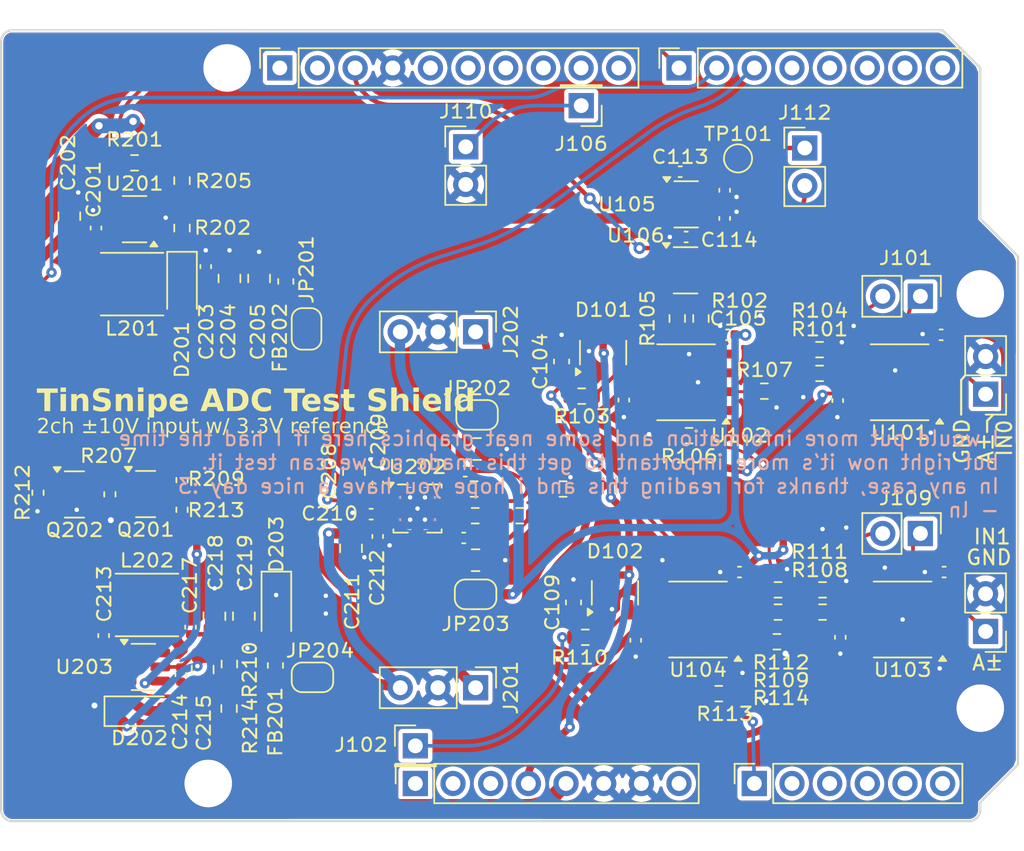
<source format=kicad_pcb>
(kicad_pcb (version 20241229) (generator "pcbnew") (generator_version "9.0")
  (title_block (date "mar. 31 mars 2015"))
  (layers (0 "F.Cu" signal) (4 "In1.Cu" signal) (6 "In2.Cu" signal) (2 "B.Cu" signal) (13 "F.Paste" user) (15 "B.Paste" user) (5 "F.SilkS" user "F.Silkscreen") (7 "B.SilkS" user "B.Silkscreen") (1 "F.Mask" user) (3 "B.Mask" user) (25 "Edge.Cuts" user))
  (net 0 "")
  (net 1 "GND")
  (net 2 "+15V")
  (net 3 "+5V")
  (net 4 "/IOREF")
  (net 5 "-15V")
  (net 6 "/A1")
  (net 7 "/A2")
  (net 8 "/A3")
  (net 9 "/SDA{slash}A4")
  (net 10 "/SCL{slash}A5")
  (net 11 "/13")
  (net 12 "/12")
  (net 13 "/ADCx_A7")
  (net 14 "/8")
  (net 15 "/7")
  (net 16 "/*11")
  (net 17 "/*10")
  (net 18 "/*9")
  (net 19 "/4")
  (net 20 "/2")
  (net 21 "/*6")
  (net 22 "/*5")
  (net 23 "/TX{slash}1")
  (net 24 "/*3")
  (net 25 "/RX{slash}0")
  (net 26 "+3V3")
  (net 27 "VCC")
  (net 28 "/~{RESET}")
  (net 29 "/V_{REF}")
  (net 30 "Net-(D201-K)")
  (net 31 "Net-(JP202-A)")
  (net 32 "Net-(U202-FBP)")
  (net 33 "+17V")
  (net 34 "Net-(U202-NR{slash}SS)")
  (net 35 "-17V")
  (net 36 "Net-(U203-SW)")
  (net 37 "Net-(U203-BS)")
  (net 38 "Net-(D202-A)")
  (net 39 "Net-(U202-FBN)")
  (net 40 "Net-(JP203-A)")
  (net 41 "Net-(D101A-K)")
  (net 42 "Net-(D102A-K)")
  (net 43 "Net-(D201-A)")
  (net 44 "Net-(J101-Pin_2)")
  (net 45 "Net-(J101-Pin_1)")
  (net 47 "/DAC0_OUT")
  (net 48 "/ADC1_A8")
  (net 49 "Net-(J109-Pin_1)")
  (net 50 "Net-(J109-Pin_2)")
  (net 51 "Net-(Q201-G)")
  (net 52 "Net-(Q201-D)")
  (net 53 "Net-(U101--)")
  (net 54 "Net-(U102-+)")
  (net 55 "Net-(J112-Pin_1)")
  (net 56 "Net-(U102--)")
  (net 57 "Net-(U103--)")
  (net 58 "Net-(U104-+)")
  (net 59 "Net-(U104--)")
  (net 60 "Net-(U201-FB)")
  (net 61 "Net-(U202-BUF)")
  (net 62 "/Power/EN_N")
  (net 63 "Net-(U203-FB)")
  (net 76 "Net-(U105-NR)")
  (net 78 "/SCL1{slash}A5")
  (net 79 "/SDA1{slash}A4")
  (net 80 "Net-(JP204-A)")
  (net 81 "Net-(JP201-A)")
  (footprint "Connector_PinSocket_2.54mm:PinSocket_1x08_P2.54mm_Vertical" (layer "F.Cu") (at 127.94 97.46 90)
    (property "Reference" "J104" (hide yes))
    (property "Value" "Power")
  )
  (footprint "Connector_PinSocket_2.54mm:PinSocket_1x06_P2.54mm_Vertical" (layer "F.Cu") (at 150.8 97.46 90)
    (property "Reference" "J107" (hide yes))
    (property "Value" "Analog")
  )
  (footprint "Connector_PinSocket_2.54mm:PinSocket_1x10_P2.54mm_Vertical" (layer "F.Cu") (at 118.796 49.2 90)
    (property "Reference" "J103" (hide yes))
    (property "Value" "Digital/PWM")
  )
  (footprint "Connector_PinSocket_2.54mm:PinSocket_1x08_P2.54mm_Vertical" (layer "F.Cu") (at 145.72 49.2 90)
    (property "Reference" "J108" (hide yes))
    (property "Value" "Digital/PWM")
  )
  (footprint "Capacitor_SMD:C_0805_2012Metric" (layer "F.Cu") (at 114.385 86.175 -90)
    (property "Reference" "C218")
    (property "Value" "10u")
  )
  (footprint "Capacitor_SMD:C_0805_2012Metric" (layer "F.Cu") (at 115.4 63.400002 90)
    (property "Reference" "C204")
    (property "Value" "10u")
  )
  (footprint "Package_SON:Texas_S-PVSON-N10_ThermalVias" (layer "F.Cu") (at 128.085 78.915)
    (property "Reference" "U202")
    (property "Value" "TPS7A39")
  )
  (footprint "Resistor_SMD:R_0603_1608Metric" (layer "F.Cu") (at 152.325 87.9)
    (property "Reference" "R114")
    (property "Value" "20k/0.1%")
  )
  (footprint "Resistor_SMD:R_0402_1005Metric" (layer "F.Cu") (at 112.2 79 -90)
    (property "Reference" "R213")
    (property "Value" "100k")
  )
  (footprint "Connector_PinHeader_2.54mm:PinHeader_1x02_P2.54mm_Vertical" (layer "F.Cu") (at 162 64.6 -90)
    (property "Reference" "J101")
    (property "Value" "AIN0_short")
  )
  (footprint "Connector_PinHeader_2.54mm:PinHeader_1x02_P2.54mm_Vertical" (layer "F.Cu") (at 162 80.6 -90)
    (property "Reference" "J109")
    (property "Value" "AIN1_short")
  )
  (footprint "Capacitor_SMD:C_0805_2012Metric" (layer "F.Cu") (at 132 82.4)
    (property "Reference" "C220" (hide yes))
    (property "Value" "10u")
  )
  (footprint "Resistor_SMD:R_0603_1608Metric" (layer "F.Cu") (at 155.2 69.8)
    (property "Reference" "R101")
    (property "Value" "10.5k/0.1%")
  )
  (footprint "Jumper:SolderJumper-2_P1.3mm_Bridged_RoundedPad1.0x1.5mm" (layer "F.Cu") (at 132.1 72.6)
    (property "Reference" "JP202")
    (property "Value" "PWR_{POS}")
  )
  (footprint "Capacitor_SMD:C_0805_2012Metric" (layer "F.Cu") (at 123.6 81.6 -90)
    (property "Reference" "C211")
    (property "Value" "10u")
  )
  (footprint "Capacitor_SMD:C_0805_2012Metric" (layer "F.Cu") (at 123.8 76.4 90)
    (property "Reference" "C208")
    (property "Value" "10u")
  )
  (footprint "Resistor_SMD:R_0603_1608Metric" (layer "F.Cu") (at 115.395 89.405 -90)
    (property "Reference" "R210")
    (property "Value" "240k")
  )
  (footprint "Capacitor_SMD:C_0402_1005Metric" (layer "F.Cu") (at 113.8 62.600002 90)
    (property "Reference" "C203")
    (property "Value" "1u")
  )
  (footprint "Connector_PinHeader_2.54mm:PinHeader_1x02_P2.54mm_Vertical" (layer "F.Cu") (at 166.4 71.2 180)
    (property "Reference" "J105" (hide yes))
    (property "Value" "IN0")
  )
  (footprint "Capacitor_SMD:C_0402_1005Metric" (layer "F.Cu") (at 163.4 67.2)
    (property "Reference" "C103" (hide yes))
    (property "Value" "1u")
  )
  (footprint "Resistor_SMD:R_0603_1608Metric" (layer "F.Cu") (at 152.4 84.4 180)
    (property "Reference" "R112")
    (property "Value" "20k/0.1%")
  )
  (footprint "Automated:D_SOD-123FL" (layer "F.Cu") (at 112.2 63.800002 -90)
    (property "Reference" "D201")
    (property "Value" "30V")
  )
  (footprint "Package_SO:SOIC-8_3.9x4.9mm_P1.27mm" (layer "F.Cu") (at 160.8 86.4 180)
    (property "Reference" "U103")
    (property "Value" "TL071")
  )
  (footprint "Diode_SMD:D_SOD-123" (layer "F.Cu") (at 118.565 85.53 -90)
    (property "Reference" "D203")
    (property "Value" "18V")
  )
  (footprint "Package_TO_SOT_SMD:SOT-23-6" (layer "F.Cu") (at 146.2 58.4)
    (property "Reference" "U105")
    (property "Value" "REF35330QDBVR")
  )
  (footprint "Resistor_SMD:R_0603_1608Metric" (layer "F.Cu") (at 155.4 84.4 180)
    (property "Reference" "R111")
    (property "Value" "2k/0.1%")
  )
  (footprint "Capacitor_SMD:C_0402_1005Metric" (layer "F.Cu") (at 142 71.6 90)
    (property "Reference" "C102" (hide yes))
    (property "Value" "1u")
  )
  (footprint "Connector_PinHeader_2.54mm:PinHeader_1x03_P2.54mm_Vertical" (layer "F.Cu") (at 132 91 -90)
    (property "Reference" "J201")
    (property "Value" "EXTHPWR")
  )
  (footprint "Capacitor_SMD:C_0402_1005Metric" (layer "F.Cu") (at 146.2 60.6)
    (property "Reference" "C114")
    (property "Value" "1u")
  )
  (footprint "Capacitor_SMD:C_0402_1005Metric" (layer "F.Cu") (at 112.775 86.915 -90)
    (property "Reference" "C217")
    (property "Value" "1u")
  )
  (footprint "Inductor_SMD:L_Changjiang_FNR4030S" (layer "F.Cu") (at 109.835 85.42)
    (property "Reference" "L202")
    (property "Value" "10uH")
  )
  (footprint "Resistor_SMD:R_0603_1608Metric" (layer "F.Cu") (at 115.375 92.405 -90)
    (property "Reference" "R214")
    (property "Value" "10k")
  )
  (footprint "Resistor_SMD:R_0603_1608Metric" (layer "F.Cu") (at 152.4 85.9 180)
    (property "Reference" "R109")
    (property "Value" "10k/0.1%")
  )
  (footprint "Package_TO_SOT_SMD:SOT-23-3" (layer "F.Cu") (at 141.4 84.6 90)
    (property "Reference" "D102")
    (property "Value" "BAT54S")
  )
  (footprint "Package_TO_SOT_SMD:SOT-23" (layer "F.Cu") (at 109.745 77.94)
    (property "Reference" "Q201")
    (property "Value" "30V")
  )
  (footprint "Resistor_SMD:R_0603_1608Metric" (layer "F.Cu") (at 155.2 68.2 180)
    (property "Reference" "R104")
    (property "Value" "2k/0.1%")
  )
  (footprint "Resistor_SMD:R_0603_1608Metric" (layer "F.Cu") (at 131.975 79.4)
    (property "Reference" "R208" (hide yes))
    (property "Value" "127k")
  )
  (footprint "Resistor_SMD:R_0603_1608Metric" (layer "F.Cu") (at 112.2 56.800002 90)
    (property "Reference" "R205")
    (property "Value" "10k")
  )
  (footprint "Connector_PinHeader_2.54mm:PinHeader_1x02_P2.54mm_Vertical" (layer "F.Cu") (at 166.395 87.205 180)
    (property "Reference" "J111" (hide yes))
    (property "Value" "IN1")
  )
  (footprint "Package_TO_SOT_SMD:SOT-23-6" (layer "F.Cu") (at 109 59.400002 180)
    (property "Reference" "U201")
    (property "Value" "SY7208CABC")
  )
  (footprint "Capacitor_SMD:C_0402_1005Metric" (layer "F.Cu") (at 163.6 83.2)
    (property "Reference" "C108" (hide yes))
    (property "Value" "1u")
  )
  (footprint "Resistor_SMD:R_0402_1005Metric" (layer "F.Cu") (at 107.335 77.955 90)
    (property "Reference" "R207")
    (property "Value" "100k")
  )
  (footprint "Resistor_SMD:R_0402_1005Metric" (layer "F.Cu") (at 102.485 77.845 -90)
    (property "Reference" "R212")
    (property "Value" "100k")
  )
  (footprint "Capacitor_SMD:C_0402_1005Metric" (layer "F.Cu") (at 131.3 76.4)
    (property "Reference" "C206" (hide yes))
    (property "Value" "10n")
  )
  (footprint "Capacitor_SMD:C_0402_1005Metric" (layer "F.Cu") (at 124.955 79.295 180)
    (property "Reference" "C210")
    (property "Value" "10n")
  )
  (footprint "Capacitor_SMD:C_0402_1005Metric" (layer "F.Cu") (at 106.4 60.000002 90)
    (property "Reference" "C201")
    (property "Value" "1u")
  )
  (footprint "Capacitor_SMD:C_0603_1608Metric" (layer "F.Cu") (at 138.605 85.245 90)
    (property "Reference" "C109")
    (property "Value" "68p")
  )
  (footprint "Resistor_SMD:R_0603_1608Metric" (layer "F.Cu") (at 131.9 77.6)
    (property "Reference" "R203" (hide yes))
    (property "Value" "115k")
  )
  (footprint "Arduino_MountingHole:MountingHole_3.2mm" (layer "F.Cu") (at 115.24 49.2)
    (property "Reference" "MH1" (hide yes))
    (property "Value" "MountingHole_3.2mm" (hide yes))
  )
  (footprint "Capacitor_SMD:C_0402_1005Metric" (layer "F.Cu") (at 112.115 90.115 -90)
    (property "Reference" "C214")
    (property "Value" "1u")
  )
  (footprint "Connector_PinHeader_2.54mm:PinHeader_1x02_P2.54mm_Vertical" (layer "F.Cu") (at 131.335 54.519)
    (property "Reference" "J110")
    (property "Value" "OUT0")
  )
  (footprint "Jumper:SolderJumper-2_P1.3mm_Bridged_RoundedPad1.0x1.5mm" (layer "F.Cu") (at 121 90.3)
    (property "Reference" "JP204")
    (property "Value" "PWR_{POS}")
  )
  (footprint "Package_TO_SOT_SMD:SOT-23" (layer "F.Cu") (at 104.945 77.965)
    (property "Reference" "Q202")
    (property "Value" "30V")
  )
  (footprint "Capacitor_SMD:C_0402_1005Metric" (layer "F.Cu") (at 149 67.2 180)
    (property "Reference" "C105")
    (property "Value" "1u")
  )
  (footprint "Connector_PinHeader_2.54mm:PinHeader_1x03_P2.54mm_Vertical" (layer "F.Cu") (at 132 67 -90)
    (property "Reference" "J202")
    (property "Value" "EXTPWR")
  )
  (footprint "Resistor_SMD:R_0603_1608Metric" (layer "F.Cu") (at 148.4 91.4)
    (property "Reference" "R113")
    (property "Value" "10k/0.1%")
  )
  (footprint "Inductor_SMD:L_0603_1608Metric" (layer "F.Cu") (at 119.2 63.6 90)
    (property "Reference" "FB202")
    (property "Value" "120R@100MHz")
  )
  (footprint "Diode_SMD:D_SOD-123" (layer "F.Cu") (at 109.33 92.585)
    (property "Reference" "D202")
    (property "Value" "5.5V")
  )
  (footprint "Capacitor_SMD:C_0402_1005Metric" (layer "F.Cu") (at 106.915 87.485 90)
    (property "Reference" "C213")
    (property "Value" "100n")
  )
  (footprint "Resistor_SMD:R_0603_1608Metric" (layer "F.Cu") (at 134.975 79.4)
    (property "Reference" "R211" (hide yes))
    (property "Value" "10k")
  )
  (footprint "Capacitor_SMD:C_0402_1005Metric" (layer "F.Cu") (at 149.8 83.2 180)
    (property "Reference" "C110" (hide yes))
    (property "Value" "1u")
  )
  (footprint "Resistor_SMD:R_0603_1608Metric" (layer "F.Cu") (at 139.155 71.335)
    (property "Reference" "R103")
    (property "Value" "1k/0.1%")
  )
  (footprint "Capacitor_SMD:C_0402_1005Metric" (layer "F.Cu") (at 125.4 77.2 90)
    (property "Reference" "C209")
    (property "Value" "1u")
  )
  (footprint "Jumper:SolderJumper-2_P1.3mm_Bridged_RoundedPad1.0x1.5mm" (layer "F.Cu") (at 120.6 66.8 -90)
    (property "Reference" "JP201")
    (property "Value" "PWR_{POS}")
  )
  (footprint "Resistor_SMD:R_0402_1005Metric" (layer "F.Cu") (at 112.2 77 -90)
    (property "Reference" "R209")
    (property "Value" "100k")
  )
  (footprint "Capacitor_SMD:C_0402_1005Metric" (layer "F.Cu") (at 156.6 87.6 90)
    (property "Reference" "C106" (hide yes))
    (property "Value" "1u")
  )
  (footprint "Connector_PinHeader_2.54mm:PinHeader_1x02_P2.54mm_Vertical" (layer "F.Cu") (at 154.2 54.6)
    (property "Reference" "J112")
    (property "Value" "REFBUF_Bypass")
  )
  (footprint "Capacitor_SMD:C_0805_2012Metric" (layer "F.Cu") (at 104.6 59.200002 90)
    (property "Reference" "C202")
    (property "Value" "10u")
  )
  (footprint "Capacitor_SMD:C_0402_1005Metric" (layer "F.Cu") (at 145.8 56.2 180)
    (property "Reference" "C113")
    (property "Value" "10u")
  )
  (footprint "Capacitor_SMD:C_0805_2012Metric" (layer "F.Cu") (at 132.1 74.9)
    (property "Reference" "C207" (hide yes))
    (property "Value" "10u")
  )
  (footprint "Package_SO:SOIC-8_3.9x4.9mm_P1.27mm" (layer "F.Cu") (at 146.2 70.4 180)
    (property "Reference" "U102")
    (property "Value" "TL071")
  )
  (footprint "TestPoint:TestPoint_Pad_D1.5mm" (layer "F.Cu") (at 149.7 55.3)
    (property "Reference" "TP101")
    (property "Value" "V_{REF}")
  )
  (footprint "Resistor_SMD:R_0603_1608Metric" (layer "F.Cu") (at 147.2 66.1 -90)
    (property "Reference" "R102")
    (property "Value" "10k/0.1%")
  )
  (footprint "Package_TO_SOT_SMD:SOT-23-6" (layer "F.Cu") (at 109.6 89.6)
    (property "Reference" "U203")
    (property "Value" "SY8201")
  )
  (footprint "Package_TO_SOT_SMD:SOT-23-5" (layer "F.Cu") (at 146.1625 62.85)
    (property "Reference" "U106")
    (property "Value" "OPA333xxDBV")
  )
  (footprint "Connector_PinHeader_2.54mm:PinHeader_1x01_P2.54mm_Vertical" (layer "F.Cu") (at 139.1258 51.74 180)
    (property "Reference" "J106")
    (property "Value" "P2_2")
  )
  (footprint "Resistor_SMD:R_0603_1608Metric" (layer "F.Cu") (at 151.475 71)
    (property "Reference" "R107")
    (property "Value" "20k/0.1%")
  )
  (footprint "Jumper:SolderJumper-2_P1.3mm_Bridged_RoundedPad1.0x1.5mm" (layer "F.Cu") (at 132 84.7)
    (property "Reference" "JP203")
    (property "Value" "PWR_{NEG}")
  )
  (footprint "Capacitor_SMD:C_0402_1005Metric" (layer "F.Cu") (at 142.8 87.8 90)
    (property "Reference" "C107" (hide yes))
    (property "Value" "1u")
  )
  (footprint "Package_TO_SOT_SMD:SOT-23-3" (layer "F.Cu") (at 140.6 68.4 90)
    (property "Reference" "D101")
    (property "Value" "BAT54S")
  )
  (footprint "Capacitor_SMD:C_0402_1005Metric" (layer "F.Cu") (at 131.2 80.9 180)
    (property "Reference" "C216" (hide yes))
    (property "Value" "10n")
  )
  (footprint "Capacitor_SMD:C_0805_2012Metric" (layer "F.Cu") (at 116.375 86.175 -90)
    (property "Reference" "C219")
    (property "Value" "10u")
  )
  (footprint "Capacitor_SMD:C_0805_2012Metric" (layer "F.Cu") (at 113.595 89.775 -90)
    (property "Reference" "C215")
    (property "Value" "10u")
  )
  (footprint "Resistor_SMD:R_0603_1608Metric" (layer "F.Cu") (at 155.4 85.9)
    (property "Reference" "R108")
    (property "Value" "10.5k/0.1%")
  )
  (footprint "Inductor_SMD:L_0603_1608Metric" (layer "F.Cu") (at 118.5 89.5 -90)
    (property "Reference" "FB201")
    (property "Value" "120R@100MHz")
  )
  (footprint "Capacitor_SMD:C_0402_1005Metric" (layer "F.Cu") (at 156.425 71.635 90)
    (property "Reference" "C101" (hide yes))
    (property "Value" "1u")
  )
  (footprint "Resistor_SMD:R_0603_1608Metric" (layer "F.Cu") (at 109 55.600002 180)
    (property "Reference" "R201")
    (property "Value" "10k")
  )
  (footprint "Resistor_SMD:R_0603_1608Metric" (layer "F.Cu") (at 112.2 60.000002 90)
    (property "Reference" "R202")
    (property "Value" "240k")
  )
  (footprint "Arduino_MountingHole:MountingHole_3.2mm" (layer "F.Cu") (at 113.97 97.46)
    (property "Reference" "MH2" (hide yes))
    (property "Value" "MountingHole_3.2mm" (hide yes))
  )
  (footprint "Capacitor_SMD:C_0402_1005Metric" (layer "F.Cu") (at 148.8 59.35 -90)
    (property "Reference" "C111" (hide yes))
    (property "Value" "1u")
  )
  (footprint "Package_SO:SOIC-8_3.9x4.9mm_P1.27mm" (layer "F.Cu") (at 147 86.4 180)
    (property "Reference" "U104")
    (property "Value" "TL071")
  )
  (footprint "Capacitor_SMD:C_0603_1608Metric" (layer "F.Cu") (at 137.8 69 90)
    (property "Reference" "C104")
    (property "Value" "68p")
  )
  (footprint "Arduino_MountingHole:MountingHole_3.2mm" (layer "F.Cu") (at 166.04 64.44)
    (property "Reference" "MH3" (hide yes))
    (property "Value" "MountingHole_3.2mm" (hide yes))
  )
  (footprint "Capacitor_SMD:C_0402_1005Metric" (layer "F.Cu") (at 125.4 80.8 -90)
    (property "Reference" "C212")
    (property "Value" "1u")
  )
  (footprint "Resistor_SMD:R_0603_1608Metric" (layer "F.Cu") (at 137.9 77.6)
    (property "Reference" "R206" (hide yes))
    (property "Value" "10k")
  )
  (footprint "Arduino_MountingHole:MountingHole_3.2mm" (layer "F.Cu") (at 166.04 92.38)
    (property "Reference" "MH4" (hide yes))
    (property "Value" "MountingHole_3.2mm" (hide yes))
  )
  (footprint "Resistor_SMD:R_0603_1608Metric" (layer "F.Cu") (at 139.4 87.6)
    (property "Reference" "R110")
    (property "Value" "1k/0.1%")
  )
  (footprint "Capacitor_SMD:C_0805_2012Metric" (layer "F.Cu") (at 117.4 63.400002 90)
    (property "Reference" "C205")
    (property "Value" "10u")
  )
  (footprint "Capacitor_SMD:C_0402_1005Metric" (layer "F.Cu") (at 148.8 57.45 -90)
    (property "Reference" "C112" (hide yes))
    (property "Value" "10u")
  )
  (footprint "Connector_PinHeader_2.54mm:PinHeader_1x01_P2.54mm_Vertical" (layer "F.Cu") (at 127.9404 94.9202)
    (property "Reference" "J102")
    (property "Value" "A7")
  )
  (footprint "Resistor_SMD:R_0603_1608Metric" (layer "F.Cu") (at 146.4 74)
    (property "Reference" "R106")
    (property "Value" "10k/0.1%")
  )
  (footprint "Package_SO:SOIC-8_3.9x4.9mm_P1.27mm" (layer "F.Cu") (at 160.6 70.4 180)
    (property "Reference" "U101")
    (property "Value" "TL071")
  )
  (footprint "Inductor_SMD:L_Changjiang_FNR4030S" (layer "F.Cu") (at 108.835 63.780002)
    (property "Reference" "L201")
    (property "Value" "10uH")
  )
  (footprint "Resistor_SMD:R_0603_1608Metric" (layer "F.Cu") (at 145.6 66.1 -90)
    (property "Reference" "R105")
    (property "Value" "20k/0.1%")
  )
  (gr_line (start 164.75 70.25) (end 165.02 69.93) (stroke (width 0.15)) (layer "F.SilkS"))
  (gr_line (start 164.75 72.58) (end 164.75 70.25) (stroke (width 0.15)) (layer "F.SilkS"))
  (gr_line (start 166.5 73.75) (end 166.5 73) (stroke (width 0.15)) (layer "F.SilkS"))
  (gr_line (start 166.5 73) (end 166.9 72.6) (stroke (width 0.15)) (layer "F.SilkS"))
  (gr_line (start 166.04 59.36) (end 168.58 61.9) (stroke (width 0.15)) (layer "Edge.Cuts"))
  (gr_line (start 100 99.238) (end 100 47.422) (stroke (width 0.15)) (layer "Edge.Cuts"))
  (gr_line (start 168.58 61.9) (end 168.58 96.19) (stroke (width 0.15)) (layer "Edge.Cuts"))
  (gr_line (start 165.278 100) (end 100.762 100) (stroke (width 0.15)) (layer "Edge.Cuts"))
  (gr_line (start 100.762 46.66) (end 163.5 46.66) (stroke (width 0.15)) (layer "Edge.Cuts"))
  (gr_arc (start 100.762 100) (mid 100.223185 99.776815) (end 100 99.238) (stroke (width 0.15)) (layer "Edge.Cuts"))
  (gr_line (start 168.58 96.19) (end 166.04 98.73) (stroke (width 0.15)) (layer "Edge.Cuts"))
  (gr_line (start 163.5 46.66) (end 166.04 49.2) (stroke (width 0.15)) (layer "Edge.Cuts"))
  (gr_arc (start 166.04 99.238) (mid 165.816815 99.776815) (end 165.278 100) (stroke (width 0.15)) (layer "Edge.Cuts"))
  (gr_line (start 166.04 49.2) (end 166.04 59.36) (stroke (width 0.15)) (layer "Edge.Cuts"))
  (gr_line (start 166.04 98.73) (end 166.04 99.238) (stroke (width 0.15)) (layer "Edge.Cuts"))
  (gr_arc (start 100 47.422) (mid 100.223185 46.883185) (end 100.762 46.66) (stroke (width 0.15)) (layer "Edge.Cuts"))
  (gr_text "IN0" (at 168.25 75.5 90) (layer "F.SilkS") (effects (font (size 1 1)) (justify left bottom)))
  (gr_text "GND\nA±" (at 167 76 90) (layer "F.SilkS") (effects (font (size 1 1)) (justify left bottom)))
  (gr_text "2ch ±10V input w/ 3.3V reference" (at 102.4 74 0) (layer "F.SilkS") (effects (font (size 1 1)) (justify left bottom)))
  (gr_text "GND" (at 165 82.8 0) (layer "F.SilkS") (effects (font (size 1 1)) (justify left bottom)))
  (gr_text "TinSnipe ADC Test Shield" (at 102.4 72.6 0) (layer "F.SilkS") (effects (font (size 1.5 1.5) (thickness 0.3) (bold yes)) (justify left bottom)))
  (gr_text "A±" (at 165.4 89.9 0) (layer "F.SilkS") (effects (font (size 1 1)) (justify left bottom)))
  (gr_text "IN1" (at 165.5 81.4 0) (layer "F.SilkS") (effects (font (size 1 1)) (justify left bottom)))
  (gr_text "I would put more information and some neat graphics here if I had the time\nbut right now it's more important to get this made so we can test it.\nIn any case, thanks for reading this and i hope you have a nice day :3\n- ln" (at 167.4 79.6 0) (layer "B.SilkS") (effects (font (size 1 1)) (justify left bottom mirror)))
  (segment (start 116.375 85.225) (end 114.585 85.225) (width 0.7) (layer "F.Cu") (net 1))
  (segment (start 149.548786 57.93) (end 148.8 57.93) (width 0.3) (layer "F.Cu") (net 1))
  (segment (start 117.4 61.6) (end 117.4 62.450002) (width 0.5) (layer "F.Cu") (net 1))
  (segment (start 127.40454 79.415) (end 126.61 79.415) (width 0.3) (layer "F.Cu") (net 1))
  (segment (start 124.5 82.2) (end 123.6 82.55) (width 0.5) (layer "F.Cu") (net 1))
  (segment (start 134 82.4) (end 132.95 82.4) (width 0.25) (layer "F.Cu") (net 1))
  (segment (start 118.1425 83.88) (end 118.565 83.88) (width 0.7) (layer "F.Cu") (net 1))
  (segment (start 162.3 83.2) (end 163.12 83.2) (width 0.5) (layer "F.Cu") (net 1))
  (segment (start 138.605 83.708535) (end 138.605 84.47) (width 0.5) (layer "F.Cu") (net 1))
  (segment (start 118.565 83.88) (end 118.565 84.724393) (width 0.7) (layer "F.Cu") (net 1))
  (segment (start 110.949999 59.350001) (end 111.1 59.3) (width 0.5) (layer "F.Cu") (net 1))
  (segment (start 113.8 61.5) (end 113.8 62.120002) (width 0.5) (layer "F.Cu") (net 1))
  (segment (start 115.4 61.5) (end 115.4 62.450002) (width 0.5) (layer "F.Cu") (net 1))
  (segment (start 145.12 57.351841) (end 145.12 56.4) (width 0.25) (layer "F.Cu") (net 1))
  (segment (start 127.612019 79.63798) (end 127.585 79.665) (width 0.3) (layer "F.Cu") (net 1))
  (segment (start 105.2 57.6) (end 104.6 58.250002) (width 0.5) (layer "F.Cu") (net 1))
  (segment (start 106.2 58.8) (end 106.3 58.9) (width 0.5) (layer "F.Cu") (net 1))
  (segment (start 142 72.75) (end 142 72.08) (width 0.5) (layer "F.Cu") (net 1))
  (segment (start 134.1 74.9) (end 133.05 74.9) (width 0.25) (layer "F.Cu") (net 1))
  (segment (start 116.375 85.225) (end 117.421247 84.178752) (width 0.7) (layer "F.Cu") (net 1))
  (segment (start 149.548786 58.87) (end 148.8 58.87) (width 0.5) (layer "F.Cu") (net 1))
  (segment (start 114.385 85.025) (end 114.385 84.325606) (width 0.7) (layer "F.Cu") (net 1))
  (segment (start 156.425 72.707322) (end 156.425 72.115) (width 0.5) (layer "F.Cu") (net 1))
  (segment (start 118.55 84.75) (end 118.5575 84.7425) (width 0.7) (layer "F.Cu") (net 1))
  (segment (start 157 83.8) (end 156.461871 84.338128) (width 0.5) (layer "F.Cu") (net 1))
  (segment (start 104.954895 78.915) (end 104.0075 78.915) (width 0.5) (layer "F.Cu") (net 1))
  (segment (start 111.5475 85.42) (end 111.335 85.42) (width 0.7) (layer "F.Cu") (net 1))
  (segment (start 123.7475 79.2475) (end 123.7 79.2) (width 0.25) (layer "F.Cu") (net 1))
  (segment (start 149.585 57.915) (end 149.6 57.9) (width 0.3) (layer "F.Cu") (net 1))
  (segment (start 148.5 83.2) (end 149.32 83.2) (width 0.5) (layer "F.Cu") (net 1))
  (segment (start 114.4 84.3) (end 114.3925 84.3075) (width 0.7) (layer "F.Cu") (net 1))
  (segment (start 115.5175 88.4575) (end 115.395 88.58) (width 0.5) (layer "F.Cu") (net 1))
  (segment (start 115.813241 88.335) (end 116.610139 88.335) (width 0.5) (layer "F.Cu") (net 1))
  (segment (start 123.862175 79.295) (end 124.475 79.295) (width 0.25) (layer "F.Cu") (net 1))
  (segment (start 114.585 85.225) (end 114.185 85.225) (width 0.7) (layer "F.Cu") (net 1))
  (segment (start 156.3125 84.4) (end 156.225 84.4) (width 0.5) (layer "F.Cu") (net 1))
  (segment (start 111.91026 85.57026) (end 112.775 86.435) (width 0.7) (layer "F.Cu") (net 1))
  (segment (start 153.15 88.273223) (end 153.15 87.9) (width 0.25) (layer "F.Cu") (net 1))
  (segment (start 112.775 86.435) (end 113.843578 85.366421) (width 0.7) (layer "F.Cu") (net 1))
  (segment (start 138.6025 83.7025) (end 138.6 83.7) (width 0.5) (layer "F.Cu") (net 1))
  (segment (start 156.1125 68.2) (end 156.025 68.2) (width 0.5) (layer "F.Cu") (net 1))
  (segment (start 149.6 58.9) (end 149.585 58.885) (width 0.5) (layer "F.Cu") (net 1))
  (segment (start 153.025 88.575) (end 152.9 88.7) (width 0.25) (layer "F.Cu") (net 1))
  (segment (start 162.175 67.175) (end 162.15 67.15) (width 0.5) (layer "F.Cu") (net 1))
  (segment (start 124.825 75.525) (end 124.9 75.6) (width 0.25) (layer "F.Cu") (net 1))
  (segment (start 148.5 66.6) (end 148.52 67.2) (width 0.5) (layer "F.Cu") (net 1))
  (segment (start 116.2 84.3) (end 116.2875 84.3875) (width 0.7) (layer "F.Cu") (net 1))
  (segment (start 156.261871 68.138128) (end 156.7 67.7) (width 0.5) (layer "F.Cu") (net 1))
  (segment (start 145.1 60.6) (end 145.72 60.6) (width 0.25) (layer "F.Cu") (net 1))
  (segment (start 125.7 76.2) (end 125.4 76.72) (width 0.25) (layer "F.Cu") (net 1))
  (segment (start 156.4 72.75) (end 156.4125 72.7375) (width 0.5) (layer "F.Cu") (net 1))
  (segment (start 137.8 67.2) (end 137.8 68.225) (width 0.5) (layer "F.Cu") (net 1))
  (segment (start 139.65 68.3) (end 139.65 69.5375) (width 0.5) (layer "F.Cu") (net 1))
  (segment (start 127.612019 79.527019) (end 127.5675 79.4825) (width 0.3) (layer "F.Cu") (net 1))
  (segment (start 125.995147 81.28) (end 125.4 81.28) (width 0.25) (layer "F.Cu") (net 1))
  (segment (start 105.0575 78.9575) (end 105.1 79) (width 0.5) (layer "F.Cu") (net 1))
  (segment (start 145.12 56.4) (end 145.32 56.2) (width 0.25) (layer "F.Cu") (net 1))
  (segment (start 106.4 59.141421) (end 106.4 59.520002) (width 0.5) (layer "F.Cu") (net 1))
  (segment (start 141.2 85.7) (end 141.18125 85.71875) (width 0.5) (layer "F.Cu") (net 1))
  (segment (start 145.0625 57.45) (end 145.09125 57.42125) (width 0.25) (layer "F.Cu") (net 1))
  (segment (start 102.485 79.040251) (end 102.485 78.355) (width 0.5) (layer "F.Cu") (net 1))
  (segment (start 102.45 79.1) (end 102.4675 79.0825) (width 0.5) (layer "F.Cu") (net 1))
  (segment (start 142.8 88.9) (end 142.8 88.28) (width 0.5) (layer "F.Cu") (net 1))
  (segment (start 162.235355 67.2) (end 162.92 67.2) (width 0.5) (layer "F.Cu") (net 1))
  (segment (start 116.375 85.225) (end 116.375 84.598743) (width 0.7) (layer "F.Cu") (net 1))
  (segment (start 141.135983 85.7375) (end 140.45 85.7375) (width 0.5) (layer "F.Cu") (net 1))
  (segment (start 124.643933 75.45) (end 123.8 75.45) (width 0.25) (layer "F.Cu") (net 1))
  (segment (start 126.14 81.34) (end 126.2 81.4) (width 0.25) (layer "F.Cu") (net 1))
  (segment (start 156.6 88.7) (end 156.6 88.08) (width 0.5) (layer "F.Cu") (net 1))
  (segment (start 138.4 76.8) (end 138.725 77.6) (width 0.25) (layer "F.Cu") (net 1))
  (segment (start 110.641884 59.400002) (end 110.1375 59.400002) (width 0.5) (layer "F.Cu") (net 1))
  (via (at 107.4 79.7) (size 0.8) (drill 0.4) (layers "F.Cu" "B.Cu") (net 1))
  (via (at 144.6 82.4) (size 0.7) (drill 0.3) (layers "F.Cu" "B.Cu") (net 1))
  (via (at 157 83.8) (size 0.7) (drill 0.3) (layers "F.Cu" "B.Cu") (net 1))
  (via (at 123.7 79.2) (size 0.7) (drill 0.3) (layers "F.Cu" "B.Cu") (net 1))
  (via (at 138.4 76.8) (size 0.7) (drill 0.3) (layers "F.Cu" "B.Cu") (net 1))
  (via (at 153 83) (size 0.7) (drill 0.3) (layers "F.Cu" "B.Cu") (net 1))
  (via (at 116.610139 88.335) (size 0.7) (drill 0.3) (layers "F.Cu" "B.Cu") (net 1))
  (via (at 111.1 59.3) (size 0.7) (drill 0.3) (layers "F.Cu" "B.Cu") (net 1))
  (via (at 160.3 69.6) (size 0.7) (drill 0.3) (layers "F.Cu" "B.Cu") (net 1))
  (via (at 106.2 58.8) (size 0.7) (drill 0.3) (layers "F.Cu" "B.Cu") (net 1))
  (via (at 105.2 57.6) (size 0.7) (drill 0.3) (layers "F.Cu" "B.Cu") (net 1))
  (via (at 149.6 58.9) (size 0.7) (drill 0.3) (layers "F.Cu" "B.Cu") (net 1))
  (via (at 160.8 86.4) (size 0.7) (drill 0.3) (layers "F.Cu" "B.Cu") (net 1))
  (via (at 113.8 61.5) (size 0.7) (drill 0.3) (layers "F.Cu" "B.Cu") (net 1))
  (via (at 114.4 84.3) (size 0.7) (drill 0.3) (layers "F.Cu" "B.Cu") (net 1))
  (via (at 138.6 83.7) (size 0.7) (drill 0.3) (layers "F.Cu" "B.Cu") (net 1))
  (via (at 156.4 72.75) (size 0.7) (drill 0.3) (layers "F.Cu" "B.Cu") (net 1))
  (via (at 147 70.4) (size 0.6) (drill 0.3) (layers "F.Cu" "B.Cu") (net 1))
  (via (at 121.9 86) (size 0.7) (drill 0.3) (layers "F.Cu" "B.Cu") (net 1))
  (via (at 121.9 84.8) (size 0.7) (drill 0.3) (layers "F.Cu" "B.Cu") (net 1))
  (via (at 152.9 88.7) (size 0.8) (drill 0.4) (layers "F.Cu" "B.Cu") (net 1))
  (via (at 162.7 73.8) (size 0.7) (drill 0.3) (layers "F.Cu" "B.Cu") (net 1))
  (via (at 154.1 71.4) (size 0.7) (drill 0.3) (layers "F.Cu" "B.Cu") (net 1))
  (via (at 146.4 68.5) (size 0.7) (drill 0.3) (layers "F.Cu" "B.Cu") (net 1))
  (via (at 125.7 76.2) (size 0.7) (drill 0.3) (layers "F.Cu" "B.Cu") (net 1))
  (via (at 142 72.75) (size 0.7) (drill 0.3) (layers "F.Cu" "B.Cu") (net 1))
  (via (at 142.8 88.9) (size 0.7) (drill 0.3) (layers "F.Cu" "B.Cu") (net 1))
  (via (at 134.1 74.9) (size 0.7) (drill 0.3) (layers "F.Cu" "B.Cu") (net 1))
  (via (at 156.6 88.7) (size 0.7) (drill 0.3) (layers "F.Cu" "B.Cu") (net 1))
  (via (at 117.4 61.6) (size 0.7) (drill 0.3) (layers "F.Cu" "B.Cu") (net 1))
  (via (at 157.5 66.6) (size 0.7) (drill 0.3) (layers "F.Cu" "B.Cu") (net 1))
  (via (at 163.3 89.7) (size 0.7) (drill 0.3) (layers "F.Cu" "B.Cu") (net 1))
  (via (at 126.2 81.4) (size 0.7) (drill 0.3) (layers "F.Cu" "B.Cu") (net 1))
  (via (at 116.2 84.3) (size 0.7) (drill 0.3) (layers "F.Cu" "B.Cu") (net 1))
  (via (at 155.4 80.3) (size 0.7) (drill 0.3) (layers "F.Cu" "B.Cu") (net 1))
  (via (at 162.15 67.15) (size 0.7) (drill 0.3) (layers "F.Cu" "B.Cu") (net 1))
  (via (at 118.55 84.75) (size 0.7) (drill 0.3) (layers "F.Cu" "B.Cu") (net 1))
  (via (at 124.5 82.2) (size 0.7) (drill 0.3) (layers "F.Cu" "B.Cu") (net 1))
  (via (at 149.6 57.9) (size 0.6) (drill 0.3) (layers "F.Cu" "B.Cu") (net 1))
  (via (at 106.3 92.2) (size 0.8) (drill 0.4) (layers "F.Cu" "B.Cu") (net 1))
  (via (at 151.2 65.9) (size 0.7) (drill 0.3) (layers "F.Cu" "B.Cu") (net 1))
  (via (at 134 82.4) (size 0.7) (drill 0.3) (layers "F.Cu" "B.Cu") (net 1))
  (via (at 124.9 75.6) (size 0.7) (drill 0.3) (layers "F.Cu" "B.Cu") (net 1))
  (via (at 162.3 83.2) (size 0.7) (drill 0.3) (layers "F.Cu" "B.Cu") (net 1))
  (via (at 105.1 79) (size 0.7) (drill 0.3) (layers "F.Cu" "B.Cu") (net 1))
  (via (at 141.2 85.7) (size 0.7) (drill 0.3) (layers "F.Cu" "B.Cu") (net 1))
  (via (at 152.3 72.1) (size 0.6) (drill 0.3) (layers "F.Cu" "B.Cu") (net 1))
  (via (at 148.5 66.6) (size 0.7) (drill 0.3) (layers "F.Cu" "B.Cu") (net 1))
  (via (at 151.6 91.9) (size 0.7) (drill 0.3) (layers "F.Cu" "B.Cu") (net 1))
  (via (at 145.1 60.6) (size 0.6) (drill 0.3) (layers "F.Cu" "B.Cu") (net 1))
  (via (at 150 90) (size 0.7) (drill 0.3) (layers "F.Cu" "B.Cu") (net 1))
  (via (at 157 80.2) (size 0.7) (drill 0.3) (layers "F.Cu" "B.Cu") (net 1))
  (via (at 156.7 67.7) (size 0.7) (drill 0.3) (layers "F.Cu" "B.Cu") (net 1))
  (via (at 137.8 67.2) (size 0.7) (drill 0.3) (layers "F.Cu" "B.Cu") (net 1))
  (via (at 148.5 83.2) (size 0.7) (drill 0.3) (layers "F.Cu" "B.Cu") (net 1))
  (via (at 115.4 61.5) (size 0.7) (drill 0.3) (layers "F.Cu" "B.Cu") (net 1))
  (via (at 102.45 79.1) (size 0.7) (drill 0.3) (layers "F.Cu" "B.Cu") (net 1))
  (via (at 139.65 68.3) (size 0.7) (drill 0.3) (layers "F.Cu" "B.Cu") (net 1))
  (via (at 143.7 73.9) (size 0.6) (drill 0.3) (layers "F.Cu" "B.Cu") (net 1))
  (via (at 159.6 82.9) (size 0.7) (drill 0.3) (layers "F.Cu" "B.Cu") (net 1))
  (arc (start 116.2875 84.3875) (mid 116.352259 84.484419) (end 116.375 84.598743) (width 0.7) (layer "F.Cu") (net 1))
  (arc (start 141.18125 85.71875) (mid 141.160481 85.732627) (end 141.135983 85.7375) (width 0.5) (layer "F.Cu") (net 1))
  (arc (start 127.5675 79.4825) (mid 127.492733 79.432542) (end 127.40454 79.415) (width 0.3) (layer "F.Cu") (net 1))
  (arc (start 111.91026 85.57026) (mid 111.743824 85.459051) (end 111.5475 85.42) (width 0.7) (layer "F.Cu") (net 1))
  (arc (start 127.635 79.5825) (mid 127.629027 79.612525) (end 127.612019 79.63798) (width 0.3) (layer "F.Cu") (net 1))
  (arc (start 124.825 75.525) (mid 124.741925 75.469491) (end 124.643933 75.45) (width 0.25) (layer "F.Cu") (net 1))
  (arc (start 123.7475 79.2475) (mid 123.800113 79.282655) (end 123.862175 79.295) (width 0.25) (layer "F.Cu") (net 1))
  (arc (start 145.09125 57.42125) (mid 145.112528 57.389404) (end 145.12 57.351841) (width 0.25) (layer "F.Cu") (net 1))
  (arc (start 118.565 84.724393) (mid 118.56305 84.734192) (end 118.5575 84.7425) (width 0.7) (layer "F.Cu") (net 1))
  (arc (start 118.1425 83.88) (mid 117.75216 83.957643) (end 117.421247 84.178752) (width 0.7) (layer "F.Cu") (net 1))
  (arc (start 115.813241 88.335) (mid 115.653187 88.366836) (end 115.5175 88.4575) (width 0.5) (layer "F.Cu") (net 1))
  (arc (start 156.261871 68.138128) (mid 156.193339 68.183919) (end 156.1125 68.2) (width 0.5) (layer "F.Cu") (net 1))
  (arc (start 114.3925 84.3075) (mid 114.386949 84.315807) (end 114.385 84.325606) (width 0.7) (layer "F.Cu") (net 1))
  (arc (start 149.585 57.915) (mid 149.568385 57.926101) (end 149.548786 57.93) (width 0.3) (layer "F.Cu") (net 1))
  (arc (start 102.485 79.040251) (mid 102.480451 79.063116) (end 102.4675 79.0825) (width 0.5) (layer "F.Cu") (net 1))
  (arc (start 127.612019 79.527019) (mid 127.629027 79.552473) (end 127.635 79.5825) (width 0.3) (layer "F.Cu") (net 1))
  (arc (start 149.585 58.885) (mid 149.568385 58.873898) (end 149.548786 58.87) (width 0.5) (layer "F.Cu") (net 1))
  (arc (start 156.461871 84.338128) (mid 156.393339 84.383919) (end 156.3125 84.4) (width 0.5) (layer "F.Cu") (net 1))
  (arc (start 126.14 81.34) (mid 126.07354 81.295593) (end 125.995147 81.28) (width 0.25) (layer "F.Cu") (net 1))
  (arc (start 106.3 58.9) (mid 106.37401 59.010764) (end 106.4 59.141421) (width 0.5) (layer "F.Cu") (net 1))
  (arc (start 114.385 85.025) (mid 114.443578 85.166421) (end 114.585 85.225) (width 0.7) (layer "F.Cu") (net 1))
  (arc (start 156.425 72.707322) (mid 156.421751 72.723654) (end 156.4125 72.7375) (width 0.5) (layer "F.Cu") (net 1))
  (arc (start 138.6025 83.7025) (mid 138.60435 83.705268) (end 138.605 83.708535) (width 0.5) (layer "F.Cu") (net 1))
  (arc (start 153.15 88.273223) (mid 153.117513 88.436543) (end 153.025 88.575) (width 0.25) (layer "F.Cu") (net 1))
  (arc (start 110.949999 59.350001) (mid 110.797957 59.38742) (end 110.641884 59.400002) (width 0.5) (layer "F.Cu") (net 1))
  (arc (start 105.0575 78.9575) (mid 105.010424 78.926045) (end 104.954895 78.915) (width 0.5) (layer "F.Cu") (net 1))
  (arc (start 162.175 67.175) (mid 162.202691 67.193502) (end 162.235355 67.2) (width 0.5) (layer "F.Cu") (net 1))
  (arc (start 114.185 85.225) (mid 114.000223 85.261754) (end 113.843578 85.366421) (width 0.7) (layer "F.Cu") (net 1))
  (arc (start 114.185 85.225) (mid 114.326421 85.166421) (end 114.385 85.025) (width 0.7) (layer "F.Cu") (net 1))
  (segment (start 144.054963 94.201) (end 149.740047 94.201) (width 0.5) (layer "F.Cu") (net 2))
  (segment (start 143.286525 87.035) (end 144.525 87.035) (width 0.25) (layer "F.Cu") (net 2))
  (segment (start 155.4475 71.2025) (end 155.4 71.25) (width 0.25) (layer "F.Cu") (net 2))
  (segment (start 137.475 72.6) (end 137.675 72.6) (width 0.5) (layer "F.Cu") (net 2))
  (segment (start 156.343255 87.187062) (end 153.679946 89.850371) (width 0.5) (layer "F.Cu") (net 2))
  (segment (start 137.475 72.6) (end 135.925 72.6) (width 0.5) (layer "F.Cu") (net 2))
  (segment (start 139.299999 76.457294) (end 139.072295 75.969471) (width 0.5) (layer "F.Cu") (net 2))
  (segment (start 135.925 72.6) (end 137.475 72.6) (width 0.5) (layer "F.Cu") (net 2))
  (segment (start 136.7 89.1) (end 140.207207 92.607207) (width 0.5) (layer "F.Cu") (net 2))
  (segment (start 139 75.643662) (end 139 75.512569) (width 0.5) (layer "F.Cu") (net 2))
  (segment (start 156.505159 87.12) (end 156.539895 87.12) (width 0.5) (layer "F.Cu") (net 2))
  (segment (start 158.065 71.095) (end 158.125 71.035) (width 0.25) (layer "F.Cu") (net 2))
  (segment (start 150.3 76.390224) (end 146.393118 75.766242) (width 0.5) (layer "F.Cu") (net 2))
  (segment (start 141.489999 88.409999) (end 142.502218 87.397781) (width 0.5) (layer "F.Cu") (net 2))
  (segment (start 138.330048 81.86995) (end 137.893792 82.306207) (width 0.5) (layer "F.Cu") (net 2))
  (segment (start 138.825 72.6) (end 137.675 72.6) (width 0.5) (layer "F.Cu") (net 2))
  (segment (start 132.375 67.375) (end 132 67) (width 0.5) (layer "F.Cu") (net 2))
  (segment (start 138.625 73.5625) (end 138.625 74.337591) (width 0.5) (layer "F.Cu") (net 2))
  (segment (start 143.6825 71.0775) (end 143.725 71.035) (width 0.25) (layer "F.Cu") (net 2))
  (segment (start 142.094841 71.12) (end 143.579895 71.12) (width 0.25) (layer "F.Cu") (net 2))
  (segment (start 138.858507 89.5) (end 137.665685 89.5) (width 0.5) (layer "F.Cu") (net 2))
  (segment (start 156.425 71.155) (end 157.920147 71.155) (width 0.25) (layer "F.Cu") (net 2))
  (segment (start 156.425 71.155) (end 155.562175 71.155) (width 0.25) (layer "F.Cu") (net 2))
  (segment (start 137.675 72.6) (end 138.825 72.6) (width 0.5) (layer "F.Cu") (net 2))
  (segment (start 141.065821 71.864496) (end 141.743255 71.187062) (width 0.5) (layer "F.Cu") (net 2))
  (segment (start 156.745104 87.035) (end 158.325 87.035) (width 0.25) (layer "F.Cu") (net 2))
  (segment (start 136.3 88.134314) (end 136.3 86.153963) (width 0.5) (layer "F.Cu") (net 2))
  (segment (start 139.290159 72.6) (end 138.825 72.6) (width 0.5) (layer "F.Cu") (net 2))
  (segment (start 142.094841 71.12) (end 141.905159 71.12) (width 0.25) (layer "F.Cu") (net 2))
  (segment (start 142.942499 87.177499) (end 142.877781 87.242218) (width 0.25) (layer "F.Cu") (net 2))
  (segment (start 152.420053 92.89202) (end 152.080537 93.231537) (width 0.5) (layer "F.Cu") (net 2))
  (segment (start 139.587999 78.861999) (end 139.595169 77.809258) (width 0.5) (layer "F.Cu") (net 2))
  (segment (start 138.943669 75.376573) (end 138.943669 75.106927) (width 0.5) (layer "F.Cu") (net 2))
  (segment (start 132.75 72.6) (end 132.75 68.28033) (width 0.5) (layer "F.Cu") (net 2))
  (segment (start 132.75 72.6) (end 135.925 72.6) (width 0.5) (layer "F.Cu") (net 2))
  (segment (start 142.10501 74.211495) (end 139.893983 72.894287) (width 0.5) (layer "F.Cu") (net 2))
  (via (at 150.3 76.390224) (size 0.7) (drill 0.3) (layers "F.Cu" "B.Cu") (net 2))
  (via (at 155.4 71.25) (size 0.7) (drill 0.3) (layers "F.Cu" "B.Cu") (net 2))
  (arc (start 141.905159 71.12) (mid 141.817537 71.137428) (end 141.743255 71.187062) (width 0.5) (layer "F.Cu") (net 2))
  (arc (start 137.893792 82.306207) (mid 136.714213 84.071572) (end 136.3 86.153963) (width 0.5) (layer "F.Cu") (net 2))
  (arc (start 132.375 67.375) (mid 132.65254 67.790368) (end 132.75 68.28033) (width 0.5) (layer "F.Cu") (net 2))
  (arc (start 142.69 87.32) (mid 142.588373 87.340214) (end 142.502218 87.397781) (width 0.5) (layer "F.Cu") (net 2))
  (arc (start 146.393118 75.766242) (mid 144.175204 75.192578) (end 142.10501 74.211495) (width 0.5) (layer "F.Cu") (net 2))
  (arc (start 138.971834 75.444571) (mid 138.992679 75.475768) (end 139 75.512569) (width 0.5) (layer "F.Cu") (net 2))
  (arc (start 142.877781 87.242218) (mid 142.791626 87.299785) (end 142.69 87.32) (width 0.25) (layer "F.Cu") (net 2))
  (arc (start 141.065821 71.864496) (mid 140.25114 72.408848) (end 139.290159 72.6) (width 0.5) (layer "F.Cu") (net 2))
  (arc (start 143.6825 71.0775) (mid 143.635424 71.108954) (end 143.579895 71.12) (width 0.25) (layer "F.Cu") (net 2))
  (arc (start 139 75.643662) (mid 139.01829 75.810529) (end 139.072295 75.969471) (width 0.5) (layer "F.Cu") (net 2))
  (arc (start 139.299999 76.457294) (mid 139.522847 77.116844) (end 139.595169 77.809258) (width 0.5) (layer "F.Cu") (net 2))
  (arc (start 138.625 74.337591) (mid 138.666409 74.545772) (end 138.784334 74.722259) (width 0.5) (layer "F.Cu") (net 2))
  (arc (start 138.784334 74.722259) (mid 138.902259 74.898746) (end 138.943669 75.106927) (width 0.5) (layer "F.Cu") (net 2))
  (arc (start 139.893983 72.894287) (mid 139.379375 72.674915) (end 138.825 72.6) (width 0.5) (layer "F.Cu") (net 2))
  (arc (start 138.825 72.6) (mid 138.825 72.6) (end 138.825 72.6) (width 0.5) (layer "F.Cu") (net 2))
  (arc (start 156.745104 87.035) (mid 156.689575 87.046045) (end 156.6425 87.0775) (width 0.25) (layer "F.Cu") (net 2))
  (arc (start 158.065 71.095) (mid 157.99854 71.139406) (end 157.920147 71.155) (width 0.25) (layer "F.Cu") (net 2))
  (arc (start 156.6425 87.0775) (mid 156.595424 87.108954) (end 156.539895 87.12) (width 0.25) (layer "F.Cu") (net 2))
  (arc (start 138.943669 75.376573) (mid 138.950988 75.413373) (end 138.971834 75.444571) (width 0.5) (layer "F.Cu") (net 2))
  (arc (start 136.3 88.134314) (mid 136.403956 88.656939) (end 136.7 89.1) (width 0.5) (layer "F.Cu") (net 2))
  (arc (start 136.7 89.1) (mid 136.7 89.1) (end 136.7 89.1) (width 0.5) (layer "F.Cu") (net 2))
  (arc (start 140.207207 92.607207) (mid 141.972572 93.786786) (end 144.054963 94.201) (width 0.5) (layer "F.Cu") (net 2))
  (arc (start 156.505159 87.12) (mid 156.417537 87.137428) (end 156.343255 87.187062) (width 0.5) (layer "F.Cu") (net 2))
  (arc (start 141.489999 88.409999) (mid 140.28266 89.216717) (end 138.858507 89.5) (width 0.5) (layer "F.Cu") (net 2))
  (arc (start 137.475 72.6) (mid 137.475 72.6) (end 137.475 72.6) (width 0.5) (layer "F.Cu") (net 2))
  (arc (start 143.286525 87.035) (mid 143.100339 87.072034) (end 142.942499 87.177499) (width 0.25) (layer "F.Cu") (net 2))
  (arc (start 152.080537 93.231537) (mid 151.006711 93.949044) (end 149.740047 94.201) (width 0.5) (layer "F.Cu") (net 2))
  (arc (start 155.562175 71.155) (mid 155.500113 71.167344) (end 155.4475 71.2025) (width 0.25) (layer "F.Cu") (net 2))
  (arc (start 139.587999 78.861999) (mid 139.255522 80.489973) (end 138.330048 81.86995) (width 0.5) (layer "F.Cu") (net 2))
  (arc (start 138.625 73.5625) (mid 138.34309 72.881909) (end 137.6625 72.6) (width 0.5) (layer "F.Cu") (net 2))
  (arc (start 136.7 89.1) (mid 137.14306 89.396043) (end 137.665685 89.5) (width 0.5) (layer "F.Cu") (net 2))
  (arc (start 136.7 89.1) (mid 136.403956 88.656939) (end 136.3 88.134314) (width 0.5) (layer "F.Cu") (net 2))
  (arc (start 153.05 91.371196) (mid 152.886282 92.19426) (end 152.420053 92.89202) (width 0.5) (layer "F.Cu") (net 2))
  (arc (start 153.679946 89.850371) (mid 153.213717 90.548131) (end 153.05 91.371196) (width 0.5) (layer "F.Cu") (net 2))
  (segment (start 155.4 71.4) (end 155.4 71.25) (width 0.5) (layer "B.Cu") (net 2))
  (segment (start 150.3 76.390224) (end 155.293933 71.656066) (width 0.5) (layer "B.Cu") (net 2))
  (arc (start 155.293933 71.656066) (mid 155.372434 71.538581) (end 155.4 71.4) (width 0.5) (layer "B.Cu") (net 2))
  (segment (start 112.381045 95.78) (end 109.2775 95.78) (width 1) (layer "F.Cu") (net 3))
  (segment (start 108.595 78.6775) (end 108.8075 78.89) (width 0.5) (layer "F.Cu") (net 3))
  (segment (start 129.203963 59.35) (end 145.0625 59.35) (width 0.7) (layer "F.Cu") (net 3))
  (segment (start 109.825 53.813388) (end 109.825 55.600002) (width 0.5) (layer "F.Cu") (net 3))
  (segment (start 146.68 59.43) (end 146.64 59.39) (width 0.5) (layer "F.Cu") (net 3))
  (segment (start 101.3 65.069915) (end 101.3 61.830088) (width 1) (layer "F.Cu") (net 3))
  (segment (start 102.893792 90.993792) (end 106.550396 94.650396) (width 1) (layer "F.Cu") (net 3))
  (segment (start 118.946036 53.6) (end 109.788388 53.6) (width 0.7) (layer "F.Cu") (net 3))
  (segment (start 115.455631 95.974368) (end 116.89847 97.417207) (width 1) (layer "F.Cu") (net 3))
  (segment (start 113.26 88.825) (end 113.414391 88.825) (width 0.25) (layer "F.Cu") (net 3))
  (segment (start 102.225 82.65) (end 101.3 82.65) (width 0.5) (layer "F.Cu") (net 3))
  (segment (start 107.68 94.1825) (end 107.68 92.585) (width 1) (layer "F.Cu") (net 3))
  (segment (start 137.3245 98.2355) (end 138.1 97.46) (width 1) (layer "F.Cu") (net 3))
  (segment (start 107.3 61.310249) (end 107.3 63.720253) (width 0.5) (layer "F.Cu") (net 3))
  (segment (start 146.68 59.43) (end 146.68 60.6) (width 0.5) (layer "F.Cu") (net 3))
  (segment (start 146.543431 59.35) (end 145.0625 59.35) (width 0.7) (layer "F.Cu") (net 3))
  (segment (start 113.46729 89.313926) (end 113.240609 89.540609) (width 0.25) (layer "F.Cu") (net 3))
  (segment (start 107.640576 60.480002) (end 106.4 60.480002) (width 0.5) (layer "F.Cu") (net 3))
  (segment (start 146.998088 59.35) (end 146.656568 59.35) (width 0.7) (layer "F.Cu") (net 3))
  (segment (start 107.335 78.465) (end 103.804073 81.995926) (width 0.5) (layer "F.Cu") (net 3))
  (segment (start 109.7625 53.6625) (end 109.6375 53.5375) (width 0.5) (layer "F.Cu") (net 3))
  (segment (start 108.5 93.5025) (end 108.5 93.6) (width 0.5) (layer "F.Cu") (net 3))
  (segment (start 109.825 55.600002) (end 109.4245 56.000502) (width 0.5) (layer "F.Cu") (net 3))
  (segment (start 107.954423 60.350002) (end 108.385538 60.350002) (width 0.5) (layer "F.Cu") (net 3))
  (segment (start 101.3 87.146036) (end 101.3 65.069915) (width 1) (layer "F.Cu") (net 3))
  (segment (start 104.434999 60.315001) (end 102.445451 62.30455) (width 0.7) (layer "F.Cu") (net 3))
  (segment (start 107.3175 63.762502) (end 107.335 63.780002) (width 0.5) (layer "F.Cu") (net 3))
  (segment (start 112.055251 89.6) (end 110.7375 89.6) (width 0.25) (layer "F.Cu") (net 3))
  (segment (start 148.156911 59.83) (end 148.8 59.83) (width 0.5) (layer "F.Cu") (net 3))
  (segment (start 101.3 60.653963) (end 101.3 61.830088) (width 1) (layer "F.Cu") (net 3))
  (segment (start 105.163345 60.480002) (end 106.4 60.480002) (width 0.5) (layer "F.Cu") (net 3))
  (segment (start 109.024 56.967394) (end 109.024 59.71154) (width 0.5) (layer "F.Cu") (net 3))
  (segment (start 106.6 53.1) (end 102.893792 56.806207) (width 1) (layer "F.Cu") (net 3))
  (segment (start 107.58125 60.631252) (end 107.7975 60.415002) (width 0.5) (layer "F.Cu") (net 3))
  (segment (start 108.081979 78.465) (end 107.335 78.465) (width 0.5) (layer "F.Cu") (net 3))
  (segment (start 120.746226 99.011) (end 135.452277 99.011) (width 1) (layer "F.Cu") (net 3))
  (segment (start 146.543431 59.35) (end 146.656568 59.35) (width 0.7) (layer "F.Cu") (net 3))
  (segment (start 147.059583 60.979583) (end 146.68 60.6) (width 0.5) (layer "F.Cu") (net 3))
  (segment (start 125.356207 57.756207) (end 122.793792 55.193792) (width 0.7) (layer "F.Cu") (net 3))
  (segment (start 147.3 61.56) (end 147.3 61.9) (width 0.5) (layer "F.Cu") (net 3))
  (segment (start 112.688119 89.06188) (end 112.1325 89.6175) (width 0.25) (layer "F.Cu") (net 3))
  (segment (start 108.431057 93.336057) (end 107.68 92.585) (width 0.5) (layer "F.Cu") (net 3))
  (segment (start 108.9 52.8) (end 109.6375 53.5375) (width 0.7) (layer "F.Cu") (net 3))
  (segment (start 113.97 95.359) (end 113.397428 95.359) (width 1) (layer "F.Cu") (net 3))
  (via (at 108.9 52.8) (size 0.9) (drill 0.5) (layers "F.Cu" "B.Cu") (net 3))
  (via (at 106.6 53.1) (size 0.9) (drill 0.5) (layers "F.Cu" "B.Cu") (net 3))
  (via (at 113.240609 89.540609) (size 0.7) (drill 0.3) (layers "F.Cu" "B.Cu") (net 3))
  (via (at 108.5 93.6) (size 0.7) (drill 0.3) (layers "F.Cu" "B.Cu") (net 3))
  (arc (start 107.68 94.1825) (mid 108.147896 95.312103) (end 109.2775 95.78) (width 1) (layer "F.Cu") (net 3))
  (arc (start 107.954423 60.350002) (mid 107.869497 60.366894) (end 107.7975 60.415002) (width 0.5) (layer "F.Cu") (net 3))
  (arc (start 147.5775 59.59) (mid 147.843336 59.767626) (end 148.156911 59.83) (width 0.5) (layer "F.Cu") (net 3))
  (arc (start 109.7625 53.6625) (mid 109.808756 53.731728) (end 109.825 53.813388) (width 0.5) (layer "F.Cu") (net 3))
  (arc (start 103.804073 81.995926) (mid 103.079588 82.480011) (end 102.225 82.65) (width 0.5) (layer "F.Cu") (net 3))
  (arc (start 147.5775 59.59) (mid 147.311663 59.412373) (end 146.998088 59.35) (width 0.5) (layer "F.Cu") (net 3))
  (arc (start 146.656568 59.35) (mid 146.63492 59.364464) (end 146.64 59.39) (width 0.7) (layer "F.Cu") (net 3))
  (arc (start 147.059583 60.979583) (mid 147.237517 61.24588) (end 147.3 61.56) (width 0.5) (layer "F.Cu") (net 3))
  (arc (start 104.765 60.315002) (mid 104.599999 60.246656) (end 104.434999 60.315001) (width 0.5) (layer "F.Cu") (net 3))
  (arc (start 108.836999 60.163001) (mid 108.629867 60.301402) (end 108.385538 60.350002) (width 0.5) (layer "F.Cu") (net 3))
  (arc (start 112.889237 95.5695) (mid 112.656076 95.725292) (end 112.381045 95.78) (width 1) (layer "F.Cu") (net 3))
  (arc (start 113.595 89.005608) (mid 113.561809 89.172468) (end 113.46729 89.313926) (width 0.25) (layer "F.Cu") (net 3))
  (arc (start 109.6375 53.5375) (mid 109.706728 53.583756) (end 109.788388 53.6) (width 0.7) (layer "F.Cu") (net 3))
  (arc (start 137.3245 98.2355) (mid 136.465516 98.809454) (end 135.452277 99.011) (width 1) (layer "F.Cu") (net 3))
  (arc (start 115.455631 95.974368) (mid 114.774017 95.518928) (end 113.97 95.359) (width 1) (layer "F.Cu") (net 3))
  (arc (start 146.64 59.39) (mid 146.595693 59.360395) (end 146.543431 59.35) (width 0.5) (layer "F.Cu") (net 3))
  (arc (start 107.58125 60.631252) (mid 107.373094 60.942778) (end 107.3 61.310249) (width 0.5) (layer "F.Cu") (net 3))
  (arc (start 113.26 88.825) (mid 112.9505 88.886563) (end 112.688119 89.06188) (width 0.25) (layer "F.Cu") (net 3))
  (arc (start 107.3 63.720253) (mid 107.304548 63.743118) (end 107.3175 63.762502) (width 0.5) (layer "F.Cu") (net 3))
  (arc (start 109.4245 56.000502) (mid 109.128086 56.444115) (end 109.024 56.967394) (width 0.5) (layer "F.Cu") (net 3))
  (arc (start 109.2775 95.78) (mid 107.801602 95.486425) (end 106.550396 94.650396) (width 1) (layer "F.Cu") (net 3))
  (arc (start 107.7975 60.415002) (mid 107.725502 60.463109) (end 107.640576 60.480002) (width 0.5) (layer "F.Cu") (net 3))
  (arc (start 106.550396 94.650396) (mid 107.271517 94.793836) (end 107.68 94.1825) (width 1) (layer "F.Cu") (net 3))
  (arc (start 102.445451 62.30455) (mid 101.597693 63.57331) (end 101.3 65.069915) (width 0.7) (layer "F.Cu") (net 3))
  (arc (start 112.0975 89.6175) (mid 112.078116 89.604548) (end 112.055251 89.6) (width 0.25) (layer "F.Cu") (net 3))
  (arc (start 101.3 61.830088) (mid 101.714213 62.450002) (end 102.445451 62.30455) (width 1) (layer "F.Cu") (net 3))
  (arc (start 113.595 89.005608) (mid 113.5421 88.877898) (end 113.414391 88.825) (width 0.25) (layer "F.Cu") (net 3))
  (arc (start 109.024 59.71154) (mid 108.9754 59.955869) (end 108.836999 60.163001) (width 0.5) (layer "F.Cu") (net 3))
  (arc (start 122.793792 55.193792) (mid 121.028426 54.014213) (end 118.946036 53.6) (width 0.7) (layer "F.Cu") (net 3))
  (arc (start 125.356207 57.756207) (mid 127.121572 58.935786) (end 129.203963 59.35) (width 0.7) (layer "F.Cu") (net 3))
  (arc (start 112.0975 89.6175) (mid 112.115 89.624748) (end 112.1325 89.6175) (width 0.25) (layer "F.Cu") (net 3))
  (arc (start 104.765 60.315002) (mid 104.947762 60.437119) (end 105.163345 60.480002) (width 0.5) (layer "F.Cu") (net 3))
  (arc (start 108.595 78.6775) (mid 108.359624 78.520226) (end 108.081979 78.465) (width 0.5) (layer "F.Cu") (net 3))
  (arc (start 107.7975 60.415002) (mid 107.7975 60.415002) (end 107.7975 60.415002) (width 0.5) (layer "F.Cu") (net 3))
  (arc (start 113.397428 95.359) (mid 113.122397 95.413707) (end 112.889237 95.5695) (width 1) (layer "F.Cu") (net 3))
  (arc (start 101.3 87.146036) (mid 101.714213 89.228426) (end 102.893792 90.993792) (width 1) (layer "F.Cu") (net 3))
  (arc (start 108.431057 93.336057) (mid 108.482082 93.412421) (end 108.5 93.5025) (width 0.5) (layer "F.Cu") (net 3))
  (arc (start 102.893792 56.806207) (mid 101.714213 58.571572) (end 101.3 60.653963) (width 1) (layer "F.Cu") (net 3))
  (arc (start 109.788388 53.6) (mid 109.754563 53.6226) (end 109.7625 53.6625) (width 0.7) (layer "F.Cu") (net 3))
  (arc (start 116.89847 97.417207) (mid 118.663835 98.596786) (end 120.746226 99.011) (width 1) (layer "F.Cu") (net 3))
  (arc (start 107.7975 60.415002) (mid 107.869497 60.366894) (end 107.954423 60.350002) (width 0.5) (layer "F.Cu") (net 3))
  (segment (start 108.9 52.8) (end 108.75 52.95) (width 1) (layer "B.Cu") (net 3))
  (segment (start 108.387867 53.1) (end 106.6 53.1) (width 1) (layer "B.Cu") (net 3))
  (segment (start 113.240609 89.540609) (end 112.80697 89.633639) (width 0.5) (layer "B.Cu") (net 3))
  (segment (start 112.059725 90.040274) (end 108.5 93.6) (width 0.5) (layer "B.Cu") (net 3))
  (arc (start 112.80697 89.633639) (mid 112.403965 89.782964) (end 112.059725 90.040274) (width 0.5) (layer "B.Cu") (net 3))
  (arc (start 108.75 52.95) (mid 108.583852 53.061016) (end 108.387867 53.1) (width 1) (layer "B.Cu") (net 3))
  (segment (start 155.396015 78.65) (end 162.236324 78.65) (width 0.5) (layer "F.Cu") (net 5))
  (segment (start 164.08 83.445) (end 164.08 83.2) (width 0.5) (layer "F.Cu") (net 5))
  (segment (start 150.28 84.0925) (end 150.28 83.31) (width 0.25) (layer "F.Cu") (net 5))
  (segment (start 150.28 83.06) (end 150.28 83.09) (width 0.5) (layer "F.Cu") (net 5))
  (segment (start 163.706758 67.863241) (end 163.075 68.495) (width 0.5) (layer "F.Cu") (net 5))
  (segment (start 163.88 67.445) (end 163.88 67.2) (width 0.5) (layer "F.Cu") (net 5))
  (segment (start 149.351966 68.495) (end 148.675 68.495) (width 0.25) (layer "F.Cu") (net 5))
  (segment (start 134.5 84.7) (end 132.65 84.7) (width 0.7) (layer "F.Cu") (net 5))
  (segment (start 153.28033 79.669669) (end 153.525 79.425) (width 0.5) (layer "F.Cu") (net 5))
  (segment (start 164.019895 79.669895) (end 163.54 79.19) (width 0.5) (layer "F.Cu") (net 5))
  (segment (start 164.08 79.985) (end 164.08 83.2) (width 0.5) (layer "F.Cu") (net 5))
  (segment (start 149.48 67.2) (end 149.48 68.366966) (width 0.25) (layer "F.Cu") (net 5))
  (segment (start 166.12857 67.2) (end 163.88 67.2) (width 0.5) (layer "F.Cu") (net 5))
  (segment (start 149.8775 84.495) (end 149.475 84.495) (width 0.25) (layer "F.Cu") (net 5))
  (segment (start 151.1 82.1) (end 150.378994 82.821005) (width 0.5) (layer "F.Cu") (net 5))
  (segment (start 167.701 68.772429) (end 167.701 74.025036) (width 0.5) (layer "F.Cu") (net 5))
  (segment (start 150.28 83.09) (end 150.28 82.98) (width 0.5) (layer "F.Cu") (net 5))
  (segment (start 164.140104 79.839895) (end 166.107207 77.872792) (width 0.5) (layer "F.Cu") (net 5))
  (segment (start 149.48 67.2) (end 150.2 67.2) (width 0.5) (layer "F.Cu") (net 5))
  (segment (start 150.28 83.09) (end 150.28 83.31) (width 0.5) (layer "F.Cu") (net 5))
  (segment (start 164.08 79.985) (end 164.08 79.815) (width 0.5) (layer "F.Cu") (net 5))
  (segment (start 152.75 80.95) (end 152.75 81.7) (width 0.5) (layer "F.Cu") (net 5))
  (segment (start 150.28 83.31) (end 150.28 83.09) (width 0.25) (layer "F.Cu") (net 5))
  (segment (start 163.906758 83.863241) (end 163.275 84.495) (width 0.5) (layer "F.Cu") (net 5))
  (via (at 151.1 82.1) (size 0.7) (drill 0.3) (layers "F.Cu" "B.Cu") (net 5))
  (via (at 150.2 67.2) (size 0.8) (drill 0.4) (layers "F.Cu" "B.Cu") (net 5))
  (via (at 134.5 84.7) (size 0.7) (drill 0.3) (layers "F.Cu" "B.Cu") (net 5))
  (via (at 152.75 81.7) (size 0.7) (drill 0.3) (layers "F.Cu" "B.Cu") (net 5))
  (arc (start 150.28 84.0925) (mid 150.16211 84.37711) (end 149.8775 84.495) (width 0.25) (layer "F.Cu") (net 5))
  (arc (start 167.240446 67.660554) (mid 167.581305 68.170686) (end 167.701 68.772429) (width 0.5) (layer "F.Cu") (net 5))
  (arc (start 164.019895 79.669895) (mid 164.064379 79.736469) (end 164.08 79.815) (width 0.5) (layer "F.Cu") (net 5))
  (arc (start 150.28 83.09) (mid 150.28 83.09) (end 150.28 83.09) (width 0.5) (layer "F.Cu") (net 5))
  (arc (start 167.240446 67.660554) (mid 166.730313 67.319694) (end 166.12857 67.2) (width 0.5) (layer "F.Cu") (net 5))
  (arc (start 153.28033 79.669669) (mid 152.887828 80.25709) (end 152.75 80.95) (width 0.5) (layer "F.Cu") (net 5))
  (arc (start 167.701 74.025036) (mid 167.286786 76.107426) (end 166.107207 77.872792) (width 0.5) (layer "F.Cu") (net 5))
  (arc (start 164.08 79.815) (mid 164.101734 79.847527) (end 164.140104 79.839895) (width 0.5) (layer "F.Cu") (net 5))
  (arc (start 164.08 83.445) (mid 164.034975 83.67135) (end 163.906758 83.863241) (width 0.5) (layer "F.Cu") (net 5))
  (arc (start 155.396015 78.65) (mid 154.383429 78.851415) (end 153.525 79.425) (width 0.5) (layer "F.Cu") (net 5))
  (arc (start 149.48 68.366966) (mid 149.470254 68.415962) (end 149.4425 68.4575) (width 0.25) (layer "F.Cu") (net 5))
  (arc (start 163.54 79.19) (mid 162.941868 78.790341) (end 162.236324 78.65) (width 0.5) (layer "F.Cu") (net 5))
  (arc (start 150.378994 82.821005) (mid 150.305727 82.930656) (end 150.28 83.06) (width 0.5) (layer "F.Cu") (net 5))
  (arc (start 149.4425 68.4575) (mid 149.400962 68.485254) (end 149.351966 68.495) (width 0.25) (layer "F.Cu") (net 5))
  (arc (start 163.88 67.445) (mid 163.834975 67.67135) (end 163.706758 67.863241) (width 0.5) (layer "F.Cu") (net 5))
  (arc (start 164.140104 79.839895) (mid 164.09562 79.906469) (end 164.08 79.985) (width 0.5) (layer "F.Cu") (net 5))
  (segment (start 147.5 80.2) (end 143.5 80.2) (width 0.5) (layer "B.Cu") (net 5))
  (segment (start 149.67071 67.2) (end 150.2 67.2) (width 0.5) (layer "B.Cu") (net 5))
  (segment (start 126.91 67.01) (end 126.92 67) (width 0.7) (layer "B.Cu") (net 5))
  (segment (start 151.1 82.1) (end 152.067157 82.1) (width 0.5) (layer "B.Cu") (net 5))
  (segment (start 134.9 84.017157) (end 134.9 78.489949) (width 0.7) (layer "B.Cu") (net 5))
  (segment (start 133.888908 76.488908) (end 134.2 76.8) (width 0.7) (layer "B.Cu") (net 5))
  (segment (start 134.5 84.7) (end 134.7 84.5) (width 0.7) (layer "B.Cu") (net 5))
  (segment (start 128.165721 71.865721) (end 132.011091 75.711091) (width 0.7) (layer "B.Cu") (net 5))
  (segment (start 143.5 80.2) (end 141.253963 80.2) (width 0.5) (layer "B.Cu") (net 5))
  (segment (start 134.5 84.7) (end 137.406207 81.793792) (width 0.5) (layer "B.Cu") (net 5))
  (segment (start 147.5 80.2) (end 148.258025 80.2) (width 0.5) (layer "B.Cu") (net 5))
  (segment (start 126.9 67.034142) (end 126.9 68.81) (width 0.7) (layer "B.Cu") (net 5))
  (segment (start 149.5 67.37071) (end 149.5 78.958025) (width 0.5) (layer "B.Cu") (net 5))
  (segment (start 152.75 81.7) (end 152.55 81.9) (width 0.5) (layer "B.Cu") (net 5))
  (segment (start 150.3 81.15) (end 151.1 82.1) (width 0.5) (layer "B.Cu") (net 5))
  (arc (start 126.9 68.81) (mid 127.22895 70.463744) (end 128.165721 71.865721) (width 0.7) (layer "B.Cu") (net 5))
  (arc (start 133.888908 76.488908) (mid 133.458133 76.201073) (end 132.95 76.1) (width 0.7) (layer "B.Cu") (net 5))
  (arc (start 150.3 81.15) (mid 149.384098 80.449124) (end 148.258025 80.2) (width 0.5) (layer "B.Cu") (net 5))
  (arc (start 126.91 67.01) (mid 126.902598 67.021076) (end 126.9 67.034142) (width 0.7) (layer "B.Cu") (net 5))
  (arc (start 149.67071 67.2) (mid 149.605382 67.212994) (end 149.55 67.25) (width 0.5) (layer "B.Cu") (net 5))
  (arc (start 132.011091 75.711091) (mid 132.441866 75.998925) (end 132.95 76.1) (width 0.7) (layer "B.Cu") (net 5))
  (arc (start 141.253963 80.2) (mid 139.171572 80.614213) (end 137.406207 81.793792) (width 0.5) (layer "B.Cu") (net 5))
  (arc (start 148.258025 80.2) (mid 149.136233 79.836233) (end 149.5 78.958025) (width 0.5) (layer "B.Cu") (net 5))
  (arc (start 149.5 78.958025) (mid 149.70625 80.124725) (end 150.3 81.15) (width 0.5) (layer "B.Cu") (net 5))
  (arc (start 149.55 67.25) (mid 149.512994 67.305382) (end 149.5 67.37071) (width 0.5) (layer "B.Cu") (net 5))
  (arc (start 152.55 81.9) (mid 152.328469 82.048021) (end 152.067157 82.1) (width 0.5) (layer "B.Cu") (net 5))
  (arc (start 134.2 76.8) (mid 134.718075 77.575355) (end 134.9 78.489949) (width 0.7) (layer "B.Cu") (net 5))
  (arc (start 134.9 84.017157) (mid 134.848021 84.278469) (end 134.7 84.5) (width 0.7) (layer "B.Cu") (net 5))
  (segment (start 138.553786 87.6) (end 137.85 87.6) (width 0.25) (layer "F.Cu") (net 13))
  (segment (start 138.605 87.548786) (end 138.605 86.02) (width 0.25) (layer "F.Cu") (net 13))
  (via (at 137.85 87.6) (size 0.7) (drill 0.3) (layers "F.Cu" "B.Cu") (net 13))
  (arc (start 138.59 87.585) (mid 138.573385 87.596101) (end 138.553786 87.6) (width 0.25) (layer "F.Cu") (net 13))
  (arc (start 138.605 87.548786) (mid 138.601101 87.568385) (end 138.59 87.585) (width 0.25) (layer "F.Cu") (net 13))
  (segment (start 137.85 89.125) (end 137.85 87.6) (width 0.25) (layer "B.Cu") (net 13))
  (segment (start 131.325836 94.9202) (end 127.9404 94.9202) (width 0.25) (layer "B.Cu") (net 13))
  (segment (start 135.173592 93.326406) (end 136.771662 91.728337) (width 0.25) (layer "B.Cu") (net 13))
  (arc (start 135.173592 93.326406) (mid 133.408226 94.505986) (end 131.325836 94.9202) (width 0.25) (layer "B.Cu") (net 13))
  (arc (start 137.85 89.125) (mid 137.569749 90.533916) (end 136.771662 91.728337) (width 0.25) (layer "B.Cu") (net 13))
  (segment (start 144.857 48.337) (end 145.72 49.2) (width 0.25) (layer "F.Cu") (net 15))
  (segment (start 108.143518 55.381285) (end 107.9375 53.950001) (width 0.25) (layer "F.Cu") (net 15))
  (segment (start 111.180079 49.023592) (end 108.913733 51.1573) (width 0.25) (layer "F.Cu") (net 15))
  (segment (start 115.086595 47.474) (end 142.773533 47.474) (width 0.25) (layer "F.Cu") (net 15))
  (segment (start 107.8625 56.133472) (end 107.8625 58.450002) (width 0.5) (layer "F.Cu") (net 15))
  (arc (start 108.913733 51.1573) (mid 108.084464 52.434395) (end 107.9375 53.950001) (width 0.25) (layer "F.Cu") (net 15))
  (arc (start 108.01875 55.756252) (mid 107.903108 55.929322) (end 107.8625 56.133472) (width 0.5) (layer "F.Cu") (net 15))
  (arc (start 115.086595 47.474) (mid 112.985279 47.875544) (end 111.180079 49.023592) (width 0.25) (layer "F.Cu") (net 15))
  (arc (start 144.857 48.337) (mid 143.901097 47.698286) (end 142.773533 47.474) (width 0.25) (layer "F.Cu") (net 15))
  (arc (start 108.143518 55.381285) (mid 108.125445 55.583512) (end 108.01875 55.756252) (width 0.25) (layer "F.Cu") (net 15))
  (segment (start 102.4425 77.1675) (end 102.485 77.335) (width 0.25) (layer "F.Cu") (net 21))
  (segment (start 102.380916 76.828249) (end 102.35 76.55) (width 0.25) (layer "F.Cu") (net 21))
  (segment (start 103.8475 77.175) (end 104.0075 77.015) (width 0.5) (layer "F.Cu") (net 21))
  (segment (start 102.485 77.335) (end 103.461225 77.335) (width 0.5) (layer "F.Cu") (net 21))
  (segment (start 102.3 75.64723) (end 102.3 64.877817) (width 0.25) (layer "F.Cu") (net 21))
  (segment (start 102.85 63.55) (end 103.4 63) (width 0.25) (layer "F.Cu") (net 21))
  (via (at 103.4 63) (size 0.7) (drill 0.3) (layers "F.Cu" "B.Cu") (net 21))
  (arc (start 102.85 63.55) (mid 102.44294 64.159207) (end 102.3 64.877817) (width 0.25) (layer "F.Cu") (net 21))
  (arc (start 103.8475 77.175) (mid 103.670275 77.293417) (end 103.461225 77.335) (width 0.5) (layer "F.Cu") (net 21))
  (arc (start 102.380916 76.828249) (mid 102.40586 76.998935) (end 102.4425 77.1675) (width 0.25) (layer "F.Cu") (net 21))
  (arc (start 102.3 75.64723) (mid 102.312509 76.099306) (end 102.35 76.55) (width 0.25) (layer "F.Cu") (net 21))
  (segment (start 136.867999 50.881999) (end 137.324541 50.664664) (width 0.25) (layer "B.Cu") (net 21))
  (segment (start 103.4 63) (end 103.4 56.853963) (width 0.25) (layer "B.Cu") (net 21))
  (segment (start 135.46017 51.2) (end 109.053963 51.2) (width 0.25) (layer "B.Cu") (net 21))
  (segment (start 147.61 49.85) (end 148.26 49.2) (width 0.25) (layer "B.Cu") (net 21))
  (segment (start 104.993792 53.006206) (end 105.206207 52.793792) (width 0.25) (layer "B.Cu") (net 21))
  (segment (start 146.040761 50.5) (end 138.234196 50.5) (width 0.25) (layer "B.Cu") (net 21))
  (arc (start 136.867999 50.881999) (mid 136.181818 51.11951) (end 135.46017 51.2) (width 0.25) (layer "B.Cu") (net 21))
  (arc (start 104.993792 53.006206) (mid 103.814213 54.771572) (end 103.4 56.853963) (width 0.25) (layer "B.Cu") (net 21))
  (arc (start 147.61 49.85) (mid 146.890027 50.33107) (end 146.040761 50.5) (width 0.25) (layer "B.Cu") (net 21))
  (arc (start 109.053963 51.2) (mid 106.971572 51.614213) (end 105.206207 52.793792) (width 0.25) (layer "B.Cu") (net 21))
  (arc (start 138.234196 50.5) (mid 138.000549 50.508009) (end 137.768 50.532) (width 0.25) (layer "B.Cu") (net 21))
  (arc (start 137.768 50.532) (mid 137.541165 50.581267) (end 137.324541 50.664664) (width 0.25) (layer "B.Cu") (net 21))
  (segment (start 123.372984 78.415) (end 126.61 78.415) (width 0.25) (layer "F.Cu") (net 22))
  (segment (start 122 78.3) (end 122.456459 78.3575) (width 0.25) (layer "F.Cu") (net 22))
  (via (at 122 78.3) (size 0.7) (drill 0.3) (layers "F.Cu" "B.Cu") (net 22))
  (arc (start 122.456459 78.3575) (mid 122.91382 78.40061) (end 123.372984 78.415) (width 0.25) (layer "F.Cu") (net 22))
  (segment (start 125.221173 64.537001) (end 125.732527 64.102351) (width 0.25) (layer "B.Cu") (net 22))
  (segment (start 122.400075 76.599267) (end 123.266833 68.246872) (width 0.25) (layer "B.Cu") (net 22))
  (segment (start 150.75 49.2) (end 150.8 49.2) (width 0.25) (layer "B.Cu") (net 22))
  (segment (start 149.649999 50.249999) (end 150.664644 49.235355) (width 0.25) (layer "B.Cu") (net 22))
  (segment (start 136.076189 59.122979) (end 143.608585 53.594615) (width 0.25) (layer "B.Cu") (net 22))
  (segment (start 122.39879 76.601757) (end 122 78.3) (width 0.25) (layer "B.Cu") (net 22))
  (segment (start 147.195341 51.781597) (end 146.85 51.9) (width 0.25) (layer "B.Cu") (net 22))
  (segment (start 131.97924 61.196058) (end 129.71352 61.906209) (width 0.25) (layer "B.Cu") (net 22))
  (arc (start 136.076189 59.122979) (mid 134.11327 60.328599) (end 131.97924 61.196058) (width 0.25) (layer "B.Cu") (net 22))
  (arc (start 122.399479 76.60052) (mid 122.399048 76.60109) (end 122.39879 76.601757) (width 0.25) (layer "B.Cu") (net 22))
  (arc (start 122.400075 76.599267) (mid 122.399885 76.599945) (end 122.399479 76.60052) (width 0.25) (layer "B.Cu") (net 22))
  (arc (start 150.75 49.2) (mid 150.703805 49.209188) (end 150.664644 49.235355) (width 0.25) (layer "B.Cu") (net 22))
  (arc (start 146.85 51.9) (mid 145.165018 52.624365) (end 143.608585 53.594615) (width 0.25) (layer "B.Cu") (net 22))
  (arc (start 129.71352 61.906209) (mid 127.612638 62.804182) (end 125.732527 64.102351) (width 0.25) (layer "B.Cu") (net 22))
  (arc (start 149.649999 50.249999) (mid 148.510177 51.156043) (end 147.195341 51.781597) (width 0.25) (layer "B.Cu") (net 22))
  (arc (start 125.221173 64.537001) (mid 123.885868 66.203273) (end 123.266833 68.246872) (width 0.25) (layer "B.Cu") (net 22))
  (segment (start 141.7375 78.7875) (end 141.125 78.175) (width 0.5) (layer "F.Cu") (net 26))
  (segment (start 142.35 83.4) (end 142.35 80.266205) (width 0.5) (layer "F.Cu") (net 26))
  (segment (start 138.35 93.65) (end 135.920624 96.079375) (width 0.5) (layer "F.Cu") (net 26))
  (segment (start 140.65 68.45) (end 140.625 68.425) (width 0.5) (layer "F.Cu") (net 26))
  (segment (start 141.43125 83.43125) (end 141.4 83.4625) (width 0.5) (layer "F.Cu") (net 26))
  (segment (start 140.6 68.364644) (end 140.6 67.2625) (width 0.5) (layer "F.Cu") (net 26))
  (segment (start 135.56 96.95) (end 135.56 97.46) (width 0.5) (layer "F.Cu") (net 26))
  (segment (start 142.35 83.4) (end 141.506694 83.4) (width 0.5) (layer "F.Cu") (net 26))
  (via (at 142.35 83.4) (size 0.7) (drill 0.3) (layers "F.Cu" "B.Cu") (net 26))
  (via (at 140.65 68.45) (size 0.7) (drill 0.3) (layers "F.Cu" "B.Cu") (net 26))
  (via (at 141.125 78.175) (size 0.7) (drill 0.3) (layers "F.Cu" "B.Cu") (net 26))
  (via (at 138.35 93.65) (size 0.7) (drill 0.3) (layers "F.Cu" "B.Cu") (net 26))
  (arc (start 135.920624 96.079375) (mid 135.653723 96.478821) (end 135.56 96.95) (width 0.5) (layer "F.Cu") (net 26))
  (arc (start 141.7375 78.7875) (mid 142.190816 79.465935) (end 142.35 80.266205) (width 0.5) (layer "F.Cu") (net 26))
  (arc (start 141.506694 83.4) (mid 141.465864 83.408121) (end 141.43125 83.43125) (width 0.5) (layer "F.Cu") (net 26))
  (arc (start 140.6 68.364644) (mid 140.606497 68.397308) (end 140.625 68.425) (width 0.5) (layer "F.Cu") (net 26))
  (segment (start 138.789241 91.767464) (end 140.321066 89.952397) (width 0.5) (layer "B.Cu") (net 26))
  (segment (start 142.35 83.4) (end 142.061038 85.921842) (width 0.5) (layer "B.Cu") (net 26))
  (segment (start 138.35 92.968962) (end 138.35 93.65) (width 0.5) (layer "B.Cu") (net 26))
  (segment (start 140.65 68.45) (end 141.125 78.175) (width 0.5) (layer "B.Cu") (net 26))
  (arc (start 138.789241 91.767464) (mid 138.463252 92.329327) (end 138.35 92.968962) (width 0.5) (layer "B.Cu") (net 26))
  (arc (start 142.061038 85.921842) (mid 141.488876 88.065689) (end 140.321066 89.952397) (width 0.5) (layer "B.Cu") (net 26))
  (segment (start 149.33033 63.269669) (end 153.754522 58.845477) (width 0.3) (layer "F.Cu") (net 29))
  (segment (start 123.876 49.738) (end 123.876 49.2) (width 0.3) (layer "F.Cu") (net 29))
  (segment (start 131.146036 51.7) (end 126.30692 51.7) (width 0.3) (layer "F.Cu") (net 29))
  (segment (start 145.4875 65.275) (end 145.2375 65.275) (width 0.2) (layer "F.Cu") (net 29))
  (segment (start 147.032508 74.776) (end 148.63614 74.776) (width 0.2) (layer "F.Cu") (net 29))
  (segment (start 145.4875 65.275) (end 145.7125 65.275) (width 0.2) (layer "F.Cu") (net 29))
  (segment (start 143.05 61.35) (end 144.086091 61.35) (width 0.3) (layer "F.Cu") (net 29))
  (segment (start 154.2 57.77) (end 154.2 57.14) (width 0.3) (layer "F.Cu") (net 29))
  (segment (start 145.560692 68.895525) (end 145.9 69.410327) (width 0.2) (layer "F.Cu") (net 29))
  (segment (start 144.75099 66.575499) (end 144.719073 66.804793) (width 0.2) (layer "F.Cu") (net 29))
  (segment (start 124.588 50.988) (end 124.256423 50.656423) (width 0.3) (layer "F.Cu") (net 29))
  (segment (start 144.665641 62.048699) (end 144.595829 62.077587) (width 0.2) (layer "F.Cu") (net 29))
  (segment (start 151.8 77.939859) (end 151.8 81.967372) (width 0.2) (layer "F.Cu") (net 29))
  (segment (start 139.7 58) (end 134.993792 53.293792) (width 0.3) (layer "F.Cu") (net 29))
  (segment (start 148.05 63.8) (end 147.3 63.8) (width 0.3) (layer "F.Cu") (net 29))
  (segment (start 144.631467 65.006489) (end 144.3875 64.7375) (width 0.2) (layer "F.Cu") (net 29))
  (segment (start 146.5 74.243491) (end 146.5 71.410927) (width 0.2) (layer "F.Cu") (net 29))
  (segment (start 145.150499 68.0505) (end 145.095063 67.88382) (width 0.2) (layer "F.Cu") (net 29))
  (segment (start 145.904549 65.19545) (end 147.3 63.8) (width 0.2) (layer "F.Cu") (net 29))
  (segment (start 145.198453 65.676546) (end 145.52045 65.354549) (width 0.2) (layer "F.Cu") (net 29))
  (segment (start 152.5125 83.6875) (end 153.225 84.4) (width 0.2) (layer "F.Cu") (net 29))
  (segment (start 143.81997 62.919532) (end 143.854735 63.475766) (width 0.2) (layer "F.Cu") (net 29))
  (via (at 143.05 61.35) (size 0.8) (drill 0.4) (layers "F.Cu" "B.Cu") (net 29))
  (via (at 139.7 58) (size 0.8) (drill 0.4) (layers "F.Cu" "B.Cu") (net 29))
  (arc (start 144.719073 66.804793) (mid 144.730265 67.088462) (end 144.83949 67.3505) (width 0.2) (layer "F.Cu") (net 29))
  (arc (start 146.655968 74.620032) (mid 146.828726 74.735465) (end 147.032508 74.776) (width 0.2) (layer "F.Cu") (net 29))
  (arc (start 144.595829 62.077587) (mid 144.311514 62.219493) (end 144.05 62.4) (width 0.2) (layer "F.Cu") (net 29))
  (arc (start 145.7125 65.275) (mid 145.608563 65.295674) (end 145.52045 65.354549) (width 0.2) (layer "F.Cu") (net 29))
  (arc (start 144.83949 67.3505) (mid 144.984071 67.609112) (end 145.095063 67.88382) (width 0.2) (layer "F.Cu") (net 29))
  (arc (start 154.2 57.77) (mid 154.084224 58.352044) (end 153.754522 58.845477) (width 0.3) (layer "F.Cu") (net 29))
  (arc (start 144.05 62.4) (mid 143.871521 62.631666) (end 143.81997 62.919532) (width 0.2) (layer "F.Cu") (net 29))
  (arc (start 144.631467 65.006489) (mid 144.906073 65.204866) (end 145.2375 65.275) (width 0.2) (layer "F.Cu") (net 29))
  (arc (start 144.75 61.625) (mid 144.821081 61.859399) (end 144.665641 62.048699) (width 0.3) (layer "F.Cu") (net 29))
  (arc (start 150.873327 75.702673) (mid 149.846896 75.016834) (end 148.63614 74.776) (width 0.2) (layer "F.Cu") (net 29))
  (arc (start 145.150499 68.0505) (mid 145.327917 68.486448) (end 145.560692 68.895525) (width 0.2) (layer "F.Cu") (net 29))
  (arc (start 146.5 74.243491) (mid 146.540534 74.447273) (end 146.655968 74.620032) (width 0.2) (layer "F.Cu") (net 29))
  (arc (start 144.75 61.625) (mid 144.445396 61.42147) (end 144.086091 61.35) (width 0.3) (layer "F.Cu") (net 29))
  (arc (start 145.52045 65.354549) (mid 145.530551 65.303766) (end 145.4875 65.275) (width 0.2) (layer "F.Cu") (net 29))
  (arc (start 134.993792 53.293792) (mid 133.228426 52.114213) (end 131.146036 51.7) (width 0.3) (layer "F.Cu") (net 29))
  (arc (start 145.198453 65.676546) (mid 144.901367 66.08951) (end 144.75099 66.575499) (width 0.2) (layer "F.Cu") (net 29))
  (arc (start 145.904549 65.19545) (mid 145.816436 65.254325) (end 145.7125 65.275) (width 0.2) (layer "F.Cu") (net 29))
  (arc (start 151.8 81.967372) (mid 151.985172 82.898298) (end 152.5125 83.6875) (width 0.2) (layer "F.Cu") (net 29))
  (arc (start 143.854735 63.475766) (mid 144.01376 64.151964) (end 144.3875 64.7375) (width 0.2) (layer "F.Cu") (net 29))
  (arc (start 123.876 49.738) (mid 123.974868 50.235047) (end 124.256423 50.656423) (width 0.3) (layer "F.Cu") (net 29))
  (arc (start 124.588 50.988) (mid 125.376647 51.514957) (end 126.30692 51.7) (width 0.3) (layer "F.Cu") (net 29))
  (arc (start 149.33033 63.269669) (mid 148.742909 63.662171) (end 148.05 63.8) (width 0.3) (layer "F.Cu") (net 29))
  (arc (start 145.9 69.410327) (mid 146.34677 70.366609) (end 146.5 71.410927) (width 0.2) (layer "F.Cu") (net 29))
  (arc (start 150.873327 75.702673) (mid 151.559165 76.729102) (end 151.8 77.939859) (width 0.2) (layer "F.Cu") (net 29))
  (segment (start 139.7 58) (end 143.05 61.35) (width 0.3) (layer "B.Cu") (net 29))
  (segment (start 113.8 63.080002) (end 115.107498 64.3875) (width 0.7) (layer "F.Cu") (net 30))
  (segment (start 112.825441 62.825443) (end 112.2 62.200002) (width 0.7) (layer "F.Cu") (net 30))
  (segment (start 117.464013 64.3875) (end 119.2 64.3875) (width 0.7) (layer "F.Cu") (net 30))
  (segment (start 112.2 62.200002) (end 112.2 60.825002) (width 0.5) (layer "F.Cu") (net 30))
  (segment (start 115.107498 64.3875) (end 119.2 64.3875) (width 0.7) (layer "F.Cu") (net 30))
  (segment (start 113.8 63.080002) (end 114.953327 64.233329) (width 0.5) (layer "F.Cu") (net 30))
  (segment (start 115.565 64.350002) (end 115.235 64.350002) (width 0.5) (layer "F.Cu") (net 30))
  (segment (start 117.373484 64.350002) (end 115.565 64.350002) (width 0.5) (layer "F.Cu") (net 30))
  (segment (start 113.8 63.080002) (end 113.44 63.080002) (width 0.7) (layer "F.Cu") (net 30))
  (arc (start 112.825441 62.825443) (mid 113.107403 63.013844) (end 113.44 63.080002) (width 0.7) (layer "F.Cu") (net 30))
  (arc (start 117.418749 64.368751) (mid 117.397981 64.354874) (end 117.373484 64.350002) (width 0.7) (layer "F.Cu") (net 30))
  (arc (start 114.953327 64.233329) (mid 115.082559 64.319679) (end 115.235 64.350002) (width 0.5) (layer "F.Cu") (net 30))
  (arc (start 117.418749 64.368751) (mid 117.439516 64.382627) (end 117.464013 64.3875) (width 0.7) (layer "F.Cu") (net 30))
  (segment (start 131.45 74.387867) (end 131.45 72.6) (width 0.7) (layer "F.Cu") (net 31))
  (segment (start 131.15 75.302512) (end 131.15 75.112132) (width 0.3) (layer "F.Cu") (net 31))
  (segment (start 130.82 76.414142) (end 130.82 77.164687) (width 0.3) (layer "F.Cu") (net 31))
  (segment (start 130.8 76.14) (end 130.8 76.365857) (width 0.3) (layer "F.Cu") (net 31))
  (segment (start 130.537261 77.915) (end 129.845 77.915) (width 0.3) (layer "F.Cu") (net 31))
  (segment (start 130.9475 77.7275) (end 130.9175 77.7575) (width 0.3) (layer "F.Cu") (net 31))
  (segment (start 130.969705 75.730294) (end 130.975 75.725) (width 0.3) (layer "F.Cu") (net 31))
  (arc (start 130.9175 77.7575) (mid 130.743044 77.874067) (end 130.537261 77.915) (width 0.3) (layer "F.Cu") (net 31))
  (arc (start 130.969705 75.730294) (mid 130.844104 75.918268) (end 130.8 76.14) (width 0.3) (layer "F.Cu") (net 31))
  (arc (start 131.3 74.75) (mid 131.188983 74.916147) (end 131.15 75.112132) (width 0.7) (layer "F.Cu") (net 31))
  (arc (start 130.9475 77.4725) (mid 131.000312 77.6) (end 130.9475 77.7275) (width 0.3) (layer "F.Cu") (net 31))
  (arc (start 131.45 74.387867) (mid 131.411016 74.583852) (end 131.3 74.75) (width 0.7) (layer "F.Cu") (net 31))
  (arc (start 130.8 76.365857) (mid 130.802598 76.378923) (end 130.81 76.39) (width 0.3) (layer "F.Cu") (net 31))
  (arc (start 130.82 77.164687) (mid 130.853136 77.331274) (end 130.9475 77.4725) (width 0.3) (layer "F.Cu") (net 31))
  (arc (start 130.81 76.39) (mid 130.817401 76.401076) (end 130.82 76.414142) (width 0.3) (layer "F.Cu") (net 31))
  (arc (start 131.15 75.302512) (mid 131.104518 75.53116) (end 130.975 75.725) (width 0.3) (layer "F.Cu") (net 31))
  (segment (start 132.725 78.372322) (end 132.725 77.6) (width 0.25) (layer "F.Cu") (net 32))
  (segment (start 132.717677 78.415) (end 132.682322 78.415) (width 0.25) (layer "F.Cu") (net 32))
  (segment (start 135.125 77) (end 135.3175 77.1925) (width 0.25) (layer "F.Cu") (net 32))
  (segment (start 133.676471 76.4) (end 131.78 76.4) (width 0.25) (layer "F.Cu") (net 32))
  (segment (start 132.717677 78.415) (end 134.333707 78.415) (width 0.25) (layer "F.Cu") (net 32))
  (segment (start 132.682322 78.415) (end 129.845 78.415) (width 0.25) (layer "F.Cu") (net 32))
  (segment (start 136.301292 77.6) (end 137.075 77.6) (width 0.25) (layer "F.Cu") (net 32))
  (arc (start 135.125 77) (mid 134.460409 76.555934) (end 133.676471 76.4) (width 0.25) (layer "F.Cu") (net 32))
  (arc (start 135.3175 78.0075) (mid 135.486292 77.6) (end 135.3175 77.1925) (width 0.25) (layer "F.Cu") (net 32))
  (arc (start 135.3175 77.1925) (mid 135.768867 77.494094) (end 136.301292 77.6) (width 0.25) (layer "F.Cu") (net 32))
  (arc (start 135.3175 78.0075) (mid 134.866132 78.309094) (end 134.333707 78.415) (width 0.25) (layer "F.Cu") (net 32))
  (arc (start 132.682322 78.415) (mid 132.698654 78.411751) (end 132.7125 78.4025) (width 0.25) (layer "F.Cu") (net 32))
  (arc (start 132.725 78.372322) (mid 132.721751 78.388654) (end 132.7125 78.4025) (width 0.25) (layer "F.Cu") (net 32))
  (arc (start 132.7125 78.4025) (mid 132.710912 78.410479) (end 132.717677 78.415) (width 0.25) (layer "F.Cu") (net 32))
  (arc (start 136.301292 77.6) (mid 135.768867 77.705905) (end 135.3175 78.0075) (width 0.25) (layer "F.Cu") (net 32))
  (segment (start 121.189488 75.358969) (end 120.6 67.45) (width 0.7) (layer "F.Cu") (net 33))
  (segment (start 121 75.9) (end 121 75.841421) (width 0.7) (layer "F.Cu") (net 33))
  (segment (start 123.566654 77.35) (end 123.425 77.35) (width 0.7) (layer "F.Cu") (net 33))
  (segment (start 125.80117 77.915) (end 126.325 77.915) (width 0.3) (layer "F.Cu") (net 33))
  (segment (start 121 76.3) (end 121 75.9) (width 0.7) (layer "F.Cu") (net 33))
  (segment (start 121.141421 75.958578) (end 121.2 75.9) (width 0.7) (layer "F.Cu") (net 33))
  (segment (start 122.784834 77.084834) (end 121.6 75.9) (width 0.7) (layer "F.Cu") (net 33))
  (segment (start 121 76.3) (end 121 80.467588) (width 0.7) (layer "F.Cu") (net 33))
  (segment (start 125.233829 77.68) (end 124.363345 77.68) (width 0.5) (layer "F.Cu") (net 33))
  (segment (start 126.427817 85.427817) (end 132 91) (width 0.7) (layer "F.Cu") (net 33))
  (segment (start 122.672182 83.872182) (end 122.225 83.425) (width 0.7) (layer "F.Cu") (net 33))
  (arc (start 121.6 75.9) (mid 121.4 75.817157) (end 121.2 75.9) (width 0.7) (layer "F.Cu") (net 33))
  (arc (start 121 80.467588) (mid 121.318367 82.068127) (end 122.225 83.425) (width 0.7) (layer "F.Cu") (net 33))
  (arc (start 121 75.9) (mid 121.05114 75.976536) (end 121.141421 75.958578) (width 0.7) (layer "F.Cu") (net 33))
  (arc (start 126.427817 85.427817) (mid 125.566267 84.852148) (end 124.55 84.65) (width 0.7) (layer "F.Cu") (net 33))
  (arc (start 125.5175 77.7975) (mid 125.38735 77.710537) (end 125.233829 77.68) (width 0.3) (layer "F.Cu") (net 33))
  (arc (start 122.784834 77.084834) (mid 123.078544 77.281085) (end 123.425 77.35) (width 0.7) (layer "F.Cu") (net 33))
  (arc (start 125.5175 77.7975) (mid 125.647648 77.884462) (end 125.80117 77.915) (width 0.3) (layer "F.Cu") (net 33))
  (arc (start 122.672182 83.872182) (mid 123.533732 84.447851) (end 124.55 84.65) (width 0.7) (layer "F.Cu") (net 33))
  (arc (start 121.141421 75.958578) (mid 121.036754 76.115223) (end 121 76.3) (width 0.7) (layer "F.Cu") (net 33))
  (arc (start 123.965 77.515) (mid 124.147762 77.637117) (end 124.363345 77.68) (width 0.5) (layer "F.Cu") (net 33))
  (arc (start 123.965 77.515) (mid 123.782237 77.392882) (end 123.566654 77.35) (width 0.5) (layer "F.Cu") (net 33))
  (arc (start 121.1 75.6) (mid 121.025989 75.710764) (end 121 75.841421) (width 0.7) (layer "F.Cu") (net 33))
  (arc (start 121.189488 75.358969) (mid 121.171055 75.489253) (end 121.1 75.6) (width 0.7) (layer "F.Cu") (net 33))
  (segment (start 125.537426 78.915) (end 126.61 78.915) (width 0.25) (layer "F.Cu") (net 34))
  (segment (start 125.435 79.017426) (end 125.435 79.295) (width 0.25) (layer "F.Cu") (net 34))
  (arc (start 125.465 78.945) (mid 125.442796 78.978229) (end 125.435 79.017426) (width 0.25) (layer "F.Cu") (net 34))
  (arc (start 125.537426 78.915) (mid 125.498229 78.922796) (end 125.465 78.945) (width 0.25) (layer "F.Cu") (net 34))
  (segment (start 125.621152 80.098847) (end 125.4 80.32) (width 0.3) (layer "F.Cu") (net 35))
  (segment (start 122.925 90.4) (end 121.65 90.3) (width 0.7) (layer "F.Cu") (net 35))
  (segment (start 122.1 80.6) (end 123.514644 80.6) (width 0.7) (layer "F.Cu") (net 35))
  (segment (start 124.163345 80.32) (end 125.4 80.32) (width 0.5) (layer "F.Cu") (net 35))
  (segment (start 126.065 79.915) (end 126.325 79.915) (width 0.3) (layer "F.Cu") (net 35))
  (segment (start 125.45784 90.73122) (end 126.92 91) (width 0.7) (layer "F.Cu") (net 35))
  (segment (start 123.625 80.625) (end 123.765 80.485) (width 0.5) (layer "F.Cu") (net 35))
  (via (at 122.1 80.6) (size 0.8) (drill 0.4) (layers "F.Cu" "B.Cu") (net 35))
  (arc (start 126.065 79.915) (mid 125.824791 79.96278) (end 125.621152 80.098847) (width 0.3) (layer "F.Cu") (net 35))
  (arc (start 122.925 90.4) (mid 124.195707 90.532826) (end 125.45784 90.73122) (width 0.7) (layer "F.Cu") (net 35))
  (arc (start 124.163345 80.32) (mid 123.947762 80.362882) (end 123.765 80.485) (width 0.5) (layer "F.Cu") (net 35))
  (arc (start 123.575 80.625) (mid 123.6 80.635355) (end 123.625 80.625) (width 0.7) (layer "F.Cu") (net 35))
  (arc (start 123.575 80.625) (mid 123.547308 80.606497) (end 123.514644 80.6) (width 0.7) (layer "F.Cu") (net 35))
  (segment (start 123.3 85.248528) (end 123.3 85.89) (width 0.7) (layer "B.Cu") (net 35))
  (segment (start 124.353589 88.433589) (end 126.92 91) (width 0.7) (layer "B.Cu") (net 35))
  (segment (start 122.1 80.6) (end 122.1 82.351471) (width 0.7) (layer "B.Cu") (net 35))
  (arc (start 123.3 85.89) (mid 123.573818 87.26658) (end 124.353589 88.433589) (width 0.7) (layer "B.Cu") (net 35))
  (arc (start 122.1 82.351471) (mid 122.255934 83.135409) (end 122.7 83.8) (width 0.7) (layer "B.Cu") (net 35))
  (arc (start 122.7 83.8) (mid 123.144065 84.46459) (end 123.3 85.248528) (width 0.7) (layer "B.Cu") (net 35))
  (segment (start 108.5 87.5) (end 108.17 87.17) (width 0.4) (layer "F.Cu") (net 36))
  (segment (start 108.005 87.005) (end 106.915 87.005) (width 0.4) (layer "F.Cu") (net 36))
  (segment (start 109.128804 87.8) (end 109.34375 87.8) (width 0.4) (layer "F.Cu") (net 36))
  (segment (start 108.17 87.17) (end 108.005 87.005) (width 0.4) (layer "F.Cu") (net 36))
  (segment (start 108.5675 87.5675) (end 108.5 87.5) (width 0.4) (layer "F.Cu") (net 36))
  (segment (start 110.271989 88.184489) (end 110.7375 88.65) (width 0.4) (layer "F.Cu") (net 36))
  (segment (start 108.335 87.101654) (end 108.335 85.42) (width 0.4) (layer "F.Cu") (net 36))
  (arc (start 108.17 87.17) (mid 108.275333 87.190951) (end 108.335 87.101654) (width 0.4) (layer "F.Cu") (net 36))
  (arc (start 108.335 87.101654) (mid 108.377882 87.317237) (end 108.5 87.5) (width 0.4) (layer "F.Cu") (net 36))
  (arc (start 110.271989 88.184489) (mid 109.846109 87.899925) (end 109.34375 87.8) (width 0.4) (layer "F.Cu") (net 36))
  (arc (start 108.5675 87.5675) (mid 108.825028 87.739575) (end 109.128804 87.8) (width 0.4) (layer "F.Cu") (net 36))
  (segment (start 108.03125 88.65) (end 108.4625 88.65) (width 0.4) (layer "F.Cu") (net 37))
  (segment (start 107.29506 88.34506) (end 106.915 87.965) (width 0.4) (layer "F.Cu") (net 37))
  (arc (start 107.29506 88.34506) (mid 107.632826 88.570748) (end 108.03125 88.65) (width 0.4) (layer "F.Cu") (net 37))
  (segment (start 109.032902 92.07641) (end 108.605691 91.649199) (width 0.7) (layer "F.Cu") (net 38))
  (segment (start 118.579702 88.987014) (end 116.995705 89.077416) (width 0.3) (layer "F.Cu") (net 38))
  (segment (start 118.565 87.18) (end 118.565 88.899644) (width 0.7) (layer "F.Cu") (net 38))
  (segment (start 112.18 90.66) (end 112.115 90.595) (width 0.25) (layer "F.Cu") (net 38))
  (segment (start 114.465252 89.854747) (end 113.595 90.725) (width 0.3) (layer "F.Cu") (net 38))
  (segment (start 112.336923 90.725) (end 113.595 90.725) (width 0.25) (layer "F.Cu") (net 38))
  (segment (start 110.260746 92.585) (end 110.98 92.585) (width 0.7) (layer "F.Cu") (net 38))
  (segment (start 107.501738 89.852738) (end 107.504154 89.850323) (width 0.7) (layer "F.Cu") (net 38))
  (segment (start 114.575918 87.125) (end 116.336109 87.125) (width 0.7) (layer "F.Cu") (net 38))
  (segment (start 116.221 90.020538) (end 116.221 91.785787) (width 0.3) (layer "F.Cu") (net 38))
  (segment (start 107.249 90.867283) (end 107.249 90.462904) (width 0.7) (layer "F.Cu") (net 38))
  (segment (start 109.25355 79.641) (end 109.555469 79.641) (width 0.5) (layer "F.Cu") (net 38))
  (segment (start 106.90455 90.90455) (end 106.297261 90.297261) (width 0.5) (layer "F.Cu") (net 38))
  (segment (start 116.46889 87.18) (end 118.565 87.18) (width 0.7) (layer "F.Cu") (net 38))
  (segment (start 105.6 85.153963) (end 105.6 88.613924) (width 0.5) (layer "F.Cu") (net 38))
  (segment (start 112.02987 93.2) (end 115.323786 93.2) (width 0.7) (layer "F.Cu") (net 38))
  (segment (start 111.2875 92.8925) (end 110.98 92.585) (width 0.7) (layer "F.Cu") (net 38))
  (segment (start 108.108489 89.6) (end 108.4625 89.6) (width 0.7) (layer "F.Cu") (net 38))
  (segment (start 113.924081 87.395) (end 112.775 87.395) (width 0.3) (layer "F.Cu") (net 38))
  (segment (start 107.193792 81.306206) (end 108.580011 79.919988) (width 0.5) (layer "F.Cu") (net 38))
  (segment (start 107.452239 91.197761) (end 107.338971 91.084493) (width 0.7) (layer "F.Cu") (net 38))
  (segment (start 115.798 92.807) (end 115.39 93.215) (width 0.3) (layer "F.Cu") (net 38))
  (segment (start 115.372387 89.479) (end 115.679461 89.479) (width 0.3) (layer "F.Cu") (net 38))
  (segment (start 109.87173 79.51) (end 112.2 79.51) (width 0.5) (layer "F.Cu") (net 38))
  (segment (start 107.942901 91.401) (end 108.006485 91.401) (width 0.7) (layer "F.Cu") (net 38))
  (segment (start 116.100787 89.371753) (end 116.251887 89.2895) (width 0.3) (layer "F.Cu") (net 38))
  (arc (start 115.36 93.215) (mid 115.343385 93.203898) (end 115.323786 93.2) (width 0.7) (layer "F.Cu") (net 38))
  (arc (start 107.121761 90.994522) (mid 107.211732 90.957254) (end 107.249 90.867283) (width 0.5) (layer "F.Cu") (net 38))
  (arc (start 107.501738 89.852738) (mid 107.314684 90.132684) (end 107.249 90.462904) (width 0.7) (layer "F.Cu") (net 38))
  (arc (start 116.100787 89.371753) (mid 116.014993 89.495064) (end 116.062387 89.637613) (width 0.3) (layer "F.Cu") (net 38))
  (arc (start 109.7136 79.5755) (mid 109.641048 79.623977) (end 109.555469 79.641) (width 0.5) (layer "F.Cu") (net 38))
  (arc (start 115.679461 89.479) (mid 115.896841 89.451767) (end 116.100787 89.371753) (width 0.3) (layer "F.Cu") (net 38))
  (arc (start 109.25355 79.641) (mid 108.889033 79.713506) (end 108.580011 79.919988) (width 0.5) (layer "F.Cu") (net 38))
  (arc (start 107.249 90.867283) (mid 107.272382 90.984836) (end 107.338971 91.084493) (width 0.7) (layer "F.Cu") (net 38))
  (arc (start 106.90455 90.90455) (mid 107.004207 90.971139) (end 107.121761 90.994522) (width 0.5) (layer "F.Cu") (net 38))
  (arc (start 109.87173 79.51) (mid 109.78615 79.527022) (end 109.7136 79.5755) (width 0.5) (layer "F.Cu") (net 38))
  (arc (start 109.032902 92.07641) (mid 109.596241 92.452821) (end 110.260746 92.585) (width 0.7) (layer "F.Cu") (net 38))
  (arc (start 116.062387 89.637613) (mid 115.886699 89.520222) (end 115.679461 89.479) (width 0.3) (layer "F.Cu") (net 38))
  (arc (start 107.193792 81.306206) (mid 106.014213 83.071572) (end 105.6 85.153963) (width 0.5) (layer "F.Cu") (net 38))
  (arc (start 115.372387 89.479) (mid 114.881449 89.576653) (end 114.465252 89.854747) (width 0.3) (layer "F.Cu") (net 38))
  (arc (start 115.36 93.215) (mid 115.375 93.221213) (end 115.39 93.215) (width 0.7) (layer "F.Cu") (net 38))
  (arc (start 114.25 87.26) (mid 114.100467 87.359914) (end 113.924081 87.395) (width 0.3) (layer "F.Cu") (net 38))
  (arc (start 107.452239 91.197761) (mid 107.677356 91.348179) (end 107.942901 91.401) (width 0.7) (layer "F.Cu") (net 38))
  (arc (start 111.2875 92.8925) (mid 111.628102 93.120083) (end 112.02987 93.2) (width 0.7) (layer "F.Cu") (net 38))
  (arc (start 116.995705 89.077416) (mid 116.612044 89.142241) (end 116.251887 89.2895) (width 0.3) (layer "F.Cu") (net 38))
  (arc (start 108.605691 91.649199) (mid 108.330773 91.465504) (end 108.006485 91.401) (width 0.7) (layer "F.Cu") (net 38))
  (arc (start 118.59 88.96) (mid 118.5936 88.976842) (end 118.579702 88.987014) (width 0.7) (layer "F.Cu") (net 38))
  (arc (start 108.108489 89.6) (mid 107.781425 89.665056) (end 107.504154 89.850323) (width 0.7) (layer "F.Cu") (net 38))
  (arc (start 116.4025 87.1525) (mid 116.43296 87.172852) (end 116.46889 87.18) (width 0.7) (layer "F.Cu") (net 38))
  (arc (start 105.6 88.613924) (mid 105.781212 89.524939) (end 106.297261 90.297261) (width 0.5) (layer "F.Cu") (net 38))
  (arc (start 116.4025 87.1525) (mid 116.372039 87.132147) (end 116.336109 87.125) (width 0.7) (layer "F.Cu") (net 38))
  (arc (start 116.062387 89.637613) (mid 116.179777 89.8133) (end 116.221 90.020538) (width 0.3) (layer "F.Cu") (net 38))
  (arc (start 107.338971 91.084493) (mid 107.239314 91.017904) (end 107.121761 90.994522) (width 0.7) (layer "F.Cu") (net 38))
  (arc (start 112.18 90.66) (mid 112.251997 90.708107) (end 112.336923 90.725) (width 0.25) (layer "F.Cu") (net 38))
  (arc (start 114.575918 87.125) (mid 114.399532 87.160085) (end 114.25 87.26) (width 0.7) (layer "F.Cu") (net 38))
  (arc (start 118.565 88.899644) (mid 118.571497 88.932308) (end 118.59 88.96) (width 0.7) (layer "F.Cu") (net 38))
  (arc (start 116.221 91.785787) (mid 116.111065 92.338463) (end 115.798 92.807) (width 0.3) (layer "F.Cu") (net 38))
  (segment (start 132.8 79.4) (end 134.15 79.4) (width 0.2) (layer "F.Cu") (net 39))
  (segment (start 131.167994 80.387994) (end 131.545649 80.765649) (width 0.2) (layer "F.Cu") (net 39))
  (segment (start 132.8 79.4) (end 131.81435 80.385649) (width 0.2) (layer "F.Cu") (net 39))
  (segment (start 130.175381 79.415) (end 129.56 79.415) (width 0.2) (layer "F.Cu") (net 39))
  (segment (start 130.410308 79.910308) (end 130.690005 80.190005) (width 0.2) (layer "F.Cu") (net 39))
  (segment (start 130.3 79.644) (end 130.3 79.539618) (width 0.2) (layer "F.Cu") (net 39))
  (arc (start 131.167994 80.387994) (mid 131.058342 80.314727) (end 130.929 80.289) (width 0.2) (layer "F.Cu") (net 39))
  (arc (start 130.2635 79.4515) (mid 130.290513 79.491929) (end 130.3 79.539618) (width 0.2) (layer "F.Cu") (net 39))
  (arc (start 130.2635 79.4515) (mid 130.22307 79.424486) (end 130.175381 79.415) (width 0.2) (layer "F.Cu") (net 39))
  (arc (start 130.690005 80.190005) (mid 130.799656 80.263272) (end 130.929 80.289) (width 0.2) (layer "F.Cu") (net 39))
  (arc (start 131.545649 80.765649) (mid 131.631416 80.782709) (end 131.68 80.71) (width 0.2) (layer "F.Cu") (net 39))
  (arc (start 131.81435 80.385649) (mid 131.714916 80.534462) (end 131.68 80.71) (width 0.2) (layer "F.Cu") (net 39))
  (arc (start 130.3 79.644) (mid 130.328668 79.788125) (end 130.410308 79.910308) (width 0.2) (layer "F.Cu") (net 39))
  (segment (start 130.57 80.75) (end 130.533137 80.713137) (width 0.25) (layer "F.Cu") (net 40))
  (segment (start 130.885 81.065) (end 130.87 81.05) (width 0.25) (layer "F.Cu") (net 40))
  (segment (start 131.05 81.463345) (end 131.05 82.33087) (width 0.25) (layer "F.Cu") (net 40))
  (segment (start 134.492576 80.707423) (end 135.8 79.4) (width 0.3) (layer "F.Cu") (net 40))
  (segment (start 129.986862 80.486862) (end 129.611265 80.111265) (width 0.25) (layer "F.Cu") (net 40))
  (segment (start 131.098882 82.448882) (end 131.2 82.55) (width 0.7) (layer "F.Cu") (net 40))
  (segment (start 130.57 80.75) (end 130.87 81.05) (width 0.25) (layer "F.Cu") (net 40))
  (segment (start 131.35 82.912132) (end 131.35 84.7) (width 0.7) (layer "F.Cu") (net 40))
  (segment (start 131.237142 82.351117) (end 131.74963 81.83863) (width 0.3) (layer "F.Cu") (net 40))
  (segment (start 133.11687 81.27726) (end 133.104897 81.27726) (width 0.3) (layer "F.Cu") (net 40))
  (segment (start 129.56 79.9875) (end 129.56 79.915) (width 0.25) (layer "F.Cu") (net 40))
  (arc (start 129.56 79.9875) (mid 129.573323 80.054481) (end 129.611265 80.111265) (width 0.25) (layer "F.Cu") (net 40))
  (arc (start 130.533137 80.713137) (mid 130.40782 80.629403) (end 130.26 80.6) (width 0.25) (layer "F.Cu") (net 40))
  (arc (start 131.237142 82.351117) (mid 131.182997 82.387295) (end 131.11913 82.4) (width 0.3) (layer "F.Cu") (net 40))
  (arc (start 131.098882 82.448882) (mid 131.062704 82.394737) (end 131.05 82.33087) (width 0.7) (layer "F.Cu") (net 40))
  (arc (start 134.492576 80.707423) (mid 133.861396 81.129164) (end 133.11687 81.27726) (width 0.3) (layer "F.Cu") (net 40))
  (arc (start 133.104897 81.27726) (mid 132.371431 81.423155) (end 131.74963 81.83863) (width 0.3) (layer "F.Cu") (net 40))
  (arc (start 131.11913 82.4) (mid 131.092674 82.417676) (end 131.098882 82.448882) (width 0.3) (layer "F.Cu") (net 40))
  (arc (start 130.885 81.065) (mid 131.007117 81.247762) (end 131.05 81.463345) (width 0.25) (layer "F.Cu") (net 40))
  (arc (start 131.2 82.55) (mid 131.311016 82.716147) (end 131.35 82.912132) (width 0.7) (layer "F.Cu") (net 40))
  (arc (start 131.05 82.33087) (mid 131.070247 82.379752) (end 131.11913 82.4) (width 0.25) (layer "F.Cu") (net 40))
  (arc (start 129.986862 80.486862) (mid 130.112179 80.570596) (end 130.26 80.6) (width 0.25) (layer "F.Cu") (net 40))
  (segment (start 141.55 69.765) (end 143.2375 69.765) (width 0.25) (layer "F.Cu") (net 41))
  (segment (start 143.2375 69.765) (end 144.212499 69.765) (width 0.25) (layer "F.Cu") (net 41))
  (segment (start 141.66375 69.65125) (end 141.55 69.5375) (width 0.25) (layer "F.Cu") (net 41))
  (segment (start 143.2375 69.765) (end 141.938366 69.765) (width 0.25) (layer "F.Cu") (net 41))
  (segment (start 144.212499 69.765) (end 143.2375 69.765) (width 0.25) (layer "F.Cu") (net 41))
  (segment (start 145.137499 70.2025) (end 145.044713 70.109714) (width 0.25) (layer "F.Cu") (net 41))
  (segment (start 141.55 69.765) (end 139.98 71.335) (width 0.25) (layer "F.Cu") (net 41))
  (segment (start 145.575 71.25872) (end 145.575 74) (width 0.25) (layer "F.Cu") (net 41))
  (arc (start 141.66375 69.65125) (mid 141.789745 69.735437) (end 141.938366 69.765) (width 0.25) (layer "F.Cu") (net 41))
  (arc (start 145.137499 70.2025) (mid 145.461297 70.687098) (end 145.575 71.25872) (width 0.25) (layer "F.Cu") (net 41))
  (arc (start 143.2375 69.765) (mid 143.2375 69.765) (end 143.2375 69.765) (width 0.25) (layer "F.Cu") (net 41))
  (arc (start 145.044713 70.109714) (mid 144.66289 69.854588) (end 144.212499 69.765) (width 0.25) (layer "F.Cu") (net 41))
  (segment (start 144.544445 85.765) (end 145.274565 85.765) (width 0.25) (layer "F.Cu") (net 42))
  (segment (start 144.478054 85.7375) (end 142.35 85.7375) (width 0.25) (layer "F.Cu") (net 42))
  (segment (start 146.7 87.190434) (end 146.7 89.906281) (width 0.25) (layer "F.Cu") (net 42))
  (segment (start 147.1375 90.9625) (end 147.575 91.4) (width 0.25) (layer "F.Cu") (net 42))
  (segment (start 140.35625 87.6) (end 140.225 87.6) (width 0.25) (layer "F.Cu") (net 42))
  (segment (start 140.580307 87.507192) (end 142.35 85.7375) (width 0.25) (layer "F.Cu") (net 42))
  (arc (start 146.2825 86.1825) (mid 145.820055 85.873504) (end 145.274565 85.765) (width 0.25) (layer "F.Cu") (net 42))
  (arc (start 146.2825 86.1825) (mid 146.591495 86.644944) (end 146.7 87.190434) (width 0.25) (layer "F.Cu") (net 42))
  (arc (start 146.7 89.906281) (mid 146.813702 90.477902) (end 147.1375 90.9625) (width 0.25) (layer "F.Cu") (net 42))
  (arc (start 144.51125 85.75125) (mid 144.52648 85.761426) (end 144.544445 85.765) (width 0.25) (layer "F.Cu") (net 42))
  (arc (start 144.51125 85.75125) (mid 144.496019 85.741073) (end 144.478054 85.7375) (width 0.25) (layer "F.Cu") (net 42))
  (arc (start 140.580307 87.507192) (mid 140.477508 87.575879) (end 140.35625 87.6) (width 0.25) (layer "F.Cu") (net 42))
  (segment (start 110.335 64.207501) (end 110.335 63.80475) (width 0.5) (layer "F.Cu") (net 43))
  (segment (start 110.3 63.720253) (end 110.3 60.627406) (width 0.5) (layer "F.Cu") (net 43))
  (segment (start 110.21875 60.431252) (end 110.1375 60.350002) (width 0.5) (layer "F.Cu") (net 43))
  (segment (start 111.64094 65.400002) (end 112.2 65.400002) (width 0.5) (layer "F.Cu") (net 43))
  (segment (start 110.717501 65.017501) (end 110.637287 64.937287) (width 0.5) (layer "F.Cu") (net 43))
  (arc (start 110.717501 65.017501) (mid 111.141178 65.300593) (end 111.64094 65.400002) (width 0.5) (layer "F.Cu") (net 43))
  (arc (start 110.3 63.720253) (mid 110.304548 63.743118) (end 110.3175 63.762502) (width 0.5) (layer "F.Cu") (net 43))
  (arc (start 110.3175 63.762502) (mid 110.330451 63.781885) (end 110.335 63.80475) (width 0.5) (layer "F.Cu") (net 43))
  (arc (start 110.21875 60.431252) (mid 110.278883 60.521248) (end 110.3 60.627406) (width 0.5) (layer "F.Cu") (net 43))
  (arc (start 110.335 64.207501) (mid 110.413561 64.602458) (end 110.637287 64.937287) (width 0.5) (layer "F.Cu") (net 43))
  (segment (start 154.375 68.2) (end 154.375 66.908363) (width 0.25) (layer "F.Cu") (net 44))
  (segment (start 155.783363 65.5) (end 157.923603 65.5) (width 0.25) (layer "F.Cu") (net 44))
  (segment (start 154.375 68.2) (end 154.375 69.6125) (width 0.25) (layer "F.Cu") (net 44))
  (segment (start 150.279333 66.079333) (end 153.867417 69.667417) (width 0.25) (layer "F.Cu") (net 44))
  (segment (start 159.01 65.05) (end 159.46 64.6) (width 0.25) (layer "F.Cu") (net 44))
  (segment (start 148.3375 65.275) (end 147.2 65.275) (width 0.25) (layer "F.Cu") (net 44))
  (arc (start 159.01 65.05) (mid 158.511556 65.383048) (end 157.923603 65.5) (width 0.25) (layer "F.Cu") (net 44))
  (arc (start 150.279333 66.079333) (mid 149.388412 65.484039) (end 148.3375 65.275) (width 0.25) (layer "F.Cu") (net 44))
  (arc (start 154.7875 65.9125) (mid 154.482205 66.369405) (end 154.375 66.908363) (width 0.25) (layer "F.Cu") (net 44))
  (arc (start 154.375 69.6125) (mid 154.320082 69.745082) (end 154.1875 69.8) (width 0.25) (layer "F.Cu") (net 44))
  (arc (start 155.783363 65.5) (mid 155.244405 65.607205) (end 154.7875 65.9125) (width 0.25) (layer "F.Cu") (net 44))
  (arc (start 153.867417 69.667417) (mid 154.014272 69.765542) (end 154.1875 69.8) (width 0.25) (layer "F.Cu") (net 44))
  (segment (start 163.562499 69.765) (end 162.5875 69.765) (width 0.25) (layer "F.Cu") (net 45))
  (segment (start 163.562499 69.765) (end 164.02 69.765) (width 0.25) (layer "F.Cu") (net 45))
  (segment (start 161.2 68.228602) (end 161.2 65.965685) (width 0.25) (layer "F.Cu") (net 45))
  (segment (start 161.6 65) (end 162 64.6) (width 0.25) (layer "F.Cu") (net 45))
  (segment (start 165.633215 70.433215) (end 166.4 71.2) (width 0.25) (layer "F.Cu") (net 45))
  (segment (start 161.65 69.314999) (end 161.755286 69.420285) (width 0.25) (layer "F.Cu") (net 45))
  (arc (start 161.6 65) (mid 161.303956 65.44306) (end 161.2 65.965685) (width 0.25) (layer "F.Cu") (net 45))
  (arc (start 165.633215 70.433215) (mid 164.893065 69.938663) (end 164.02 69.765) (width 0.25) (layer "F.Cu") (net 45))
  (arc (start 161.2 68.228602) (mid 161.316951 68.816555) (end 161.65 69.314999) (width 0.25) (layer "F.Cu") (net 45))
  (arc (start 161.755286 69.420285) (mid 162.137109 69.675411) (end 162.5875 69.765) (width 0.25) (layer "F.Cu") (net 45))
  (segment (start 132.7245 53.1295) (end 131.335 54.519) (width 0.25) (layer "B.Cu") (net 47))
  (segment (start 136.079049 51.74) (end 139.1258 51.74) (width 0.25) (layer "B.Cu") (net 47))
  (arc (start 136.079049 51.74) (mid 134.26358 52.101119) (end 132.7245 53.1295) (width 0.25) (layer "B.Cu") (net 47))
  (segment (start 138.33 70.679766) (end 138.33 71.335) (width 0.25) (layer "F.Cu") (net 48))
  (segment (start 137.1 71.3) (end 137.508318 70.891681) (width 0.25) (layer "F.Cu") (net 48))
  (segment (start 147.2 85.458542) (end 147.2 88.051471) (width 0.25) (layer "F.Cu") (net 48))
  (segment (start 148.4 91.805025) (end 148.4 90.948528) (width 0.25) (layer "F.Cu") (net 48))
  (segment (start 150.549709 93.150291) (end 150.7 93.300582) (width 0.25) (layer "F.Cu") (net 48))
  (segment (start 150.186874 93) (end 149.594974 93) (width 0.25) (layer "F.Cu") (net 48))
  (segment (start 137.8 70.1875) (end 137.8 70.149766) (width 0.25) (layer "F.Cu") (net 48))
  (segment (start 150.7 93.300582) (end 150.7 93.35) (width 0.25) (layer "F.Cu") (net 48))
  (segment (start 145.636345 81.570275) (end 140.1 75.8) (width 0.25) (layer "F.Cu") (net 48))
  (via (at 140.1 75.8) (size 0.7) (drill 0.3) (layers "F.Cu" "B.Cu") (net 48))
  (via (at 150.7 93.300582) (size 0.7) (drill 0.3) (layers "F.Cu" "B.Cu") (net 48))
  (via (at 137.1 71.3) (size 0.7) (drill 0.3) (layers "F.Cu" "B.Cu") (net 48))
  (arc (start 150.549709 93.150291) (mid 150.383238 93.039059) (end 150.186874 93) (width 0.25) (layer "F.Cu") (net 48))
  (arc (start 148.4 91.805025) (mid 148.490962 92.262322) (end 148.75 92.65) (width 0.25) (layer "F.Cu") (net 48))
  (arc (start 138.065 70.04) (mid 137.895828 70.006349) (end 137.8 70.149766) (width 0.25) (layer "F.Cu") (net 48))
  (arc (start 145.636345 81.570275) (mid 146.794443 83.363092) (end 147.2 85.458542) (width 0.25) (layer "F.Cu") (net 48))
  (arc (start 148.75 92.65) (mid 149.137677 92.909037) (end 149.594974 93) (width 0.25) (layer "F.Cu") (net 48))
  (arc (start 147.2 88.051471) (mid 147.355934 88.835409) (end 147.8 89.5) (width 0.25) (layer "F.Cu") (net 48))
  (arc (start 137.8 70.1875) (mid 137.724194 70.5686) (end 137.508318 70.891681) (width 0.25) (layer "F.Cu") (net 48))
  (arc (start 138.065 70.04) (mid 138.261128 70.333527) (end 138.33 70.679766) (width 0.25) (layer "F.Cu") (net 48))
  (arc (start 147.8 89.5) (mid 148.244065 90.16459) (end 148.4 90.948528) (width 0.25) (layer "F.Cu") (net 48))
  (segment (start 140.1 75.8) (end 140 75.555331) (width 0.25) (layer "B.Cu") (net 48))
  (segment (start 150.7 93.300582) (end 150.8 97.46) (width 0.25) (layer "B.Cu") (net 48))
  (segment (start 138.328033 73.738695) (end 139.7131 75.123762) (width 0.25) (layer "B.Cu") (net 48))
  (segment (start 137.9 72.665685) (end 137.9 72.705331) (width 0.25) (layer "B.Cu") (net 48))
  (segment (start 137.5 71.7) (end 137.1 71.3) (width 0.25) (layer "B.Cu") (net 48))
  (arc (start 139.7131 75.123762) (mid 139.878059 75.325247) (end 140 75.555331) (width 0.25) (layer "B.Cu") (net 48))
  (arc (start 137.9 72.705331) (mid 138.011242 73.264583) (end 138.328033 73.738695) (width 0.25) (layer "B.Cu") (net 48))
  (arc (start 137.5 71.7) (mid 137.796043 72.14306) (end 137.9 72.665685) (width 0.25) (layer "B.Cu") (net 48))
  (segment (start 161.5 84.288352) (end 161.5 81.453553) (width 0.25) (layer "F.Cu") (net 49))
  (segment (start 161.75 80.85) (end 162 80.6) (width 0.25) (layer "F.Cu") (net 49))
  (segment (start 163.73 85.765) (end 162.82 85.765) (width 0.25) (layer "F.Cu") (net 49))
  (segment (start 162.043266 85.443266) (end 161.9325 85.3325) (width 0.25) (layer "F.Cu") (net 49))
  (segment (start 165.548969 86.358969) (end 166.395 87.205) (width 0.25) (layer "F.Cu") (net 49))
  (segment (start 163.73 85.765) (end 164.115 85.765) (width 0.25) (layer "F.Cu") (net 49))
  (arc (start 165.548969 86.358969) (mid 164.891058 85.919367) (end 164.115 85.765) (width 0.25) (layer "F.Cu") (net 49))
  (arc (start 161.5 84.288352) (mid 161.612403 84.85344) (end 161.9325 85.3325) (width 0.25) (layer "F.Cu") (net 49))
  (arc (start 161.75 80.85) (mid 161.564972 81.126912) (end 161.5 81.453553) (width 0.25) (layer "F.Cu") (net 49))
  (arc (start 162.043266 85.443266) (mid 162.399634 85.681384) (end 162.82 85.765) (width 0.25) (layer "F.Cu") (net 49))
  (segment (start 157.991394 80.983605) (end 154.575 84.4) (width 0.25) (layer "F.Cu") (net 50))
  (segment (start 154.575 85.9) (end 154.575 84.4) (width 0.25) (layer "F.Cu") (net 50))
  (segment (start 158.9175 80.6) (end 159.46 80.6) (width 0.25) (layer "F.Cu") (net 50))
  (segment (start 154.575 85.9) (end 153.225 85.9) (width 0.25) (layer "F.Cu") (net 50))
  (arc (start 158.9175 80.6) (mid 158.416295 80.699695) (end 157.991394 80.983605) (width 0.25) (layer "F.Cu") (net 50))
  (segment (start 106.770195 77.445) (end 107.013266 77.445) (width 0.5) (layer "F.Cu") (net 51))
  (segment (start 106.1425 77.705) (end 105.8825 77.965) (width 0.5) (layer "F.Cu") (net 51))
  (segment (start 108.111733 76.99) (end 108.8075 76.99) (width 0.5) (layer "F.Cu") (net 51))
  (arc (start 107.5625 77.2175) (mid 107.310509 77.385874) (end 107.013266 77.445) (width 0.5) (layer "F.Cu") (net 51))
  (arc (start 106.770195 77.445) (mid 106.430489 77.512571) (end 106.1425 77.705) (width 0.5) (layer "F.Cu") (net 51))
  (arc (start 108.111733 76.99) (mid 107.81449 77.049125) (end 107.5625 77.2175) (width 0.5) (layer "F.Cu") (net 51))
  (segment (start 111.70257 76.61993) (end 110.788565 77.533935) (width 0.5) (layer "F.Cu") (net 52))
  (segment (start 110.6825 77.79) (end 110.6825 77.94) (width 0.5) (layer "F.Cu") (net 52))
  (segment (start 112.01625 76.49) (end 112.2 76.49) (width 0.5) (layer "F.Cu") (net 52))
  (arc (start 112.01625 76.49) (mid 111.846487 76.523767) (end 111.70257 76.61993) (width 0.5) (layer "F.Cu") (net 52))
  (arc (start 110.788565 77.533935) (mid 110.710065 77.651418) (end 110.6825 77.79) (width 0.5) (layer "F.Cu") (net 52))
  (segment (start 162.4875 71.0175) (end 163.075 71.035) (width 0.25) (layer "F.Cu") (net 53))
  (segment (start 161.33823 70.827147) (end 161.177436 70.777672) (width 0.25) (layer "F.Cu") (net 53))
  (segment (start 158.065251 69.8) (end 156.025 69.8) (width 0.25) (layer "F.Cu") (net 53))
  (segment (start 158.913017 69.956989) (end 158.149045 69.770858) (width 0.25) (layer "F.Cu") (net 53))
  (arc (start 160.05 70.35) (mid 160.606866 70.581899) (end 161.177436 70.777672) (width 0.25) (layer "F.Cu") (net 53))
  (arc (start 158.1075 69.7825) (mid 158.088116 69.795451) (end 158.065251 69.8) (width 0.25) (layer "F.Cu") (net 53))
  (arc (start 158.913017 69.956989) (mid 159.490733 70.126806) (end 160.05 70.35) (width 0.25) (layer "F.Cu") (net 53))
  (arc (start 158.149045 69.770858) (mid 158.126748 69.771239) (end 158.1075 69.7825) (width 0.25) (layer "F.Cu") (net 53))
  (arc (start 161.33823 70.827147) (mid 161.906461 70.960985) (end 162.4875 71.0175) (width 0.25) (layer "F.Cu") (net 53))
  (segment (start 147.2 66.925) (end 145.6 66.925) (width 0.25) (layer "F.Cu") (net 54))
  (segment (start 147.2 66.925) (end 147.272561 68.503212) (width 0.25) (layer "F.Cu") (net 54))
  (segment (start 147.796339 69.432499) (end 148.13386 69.658607) (width 0.25) (layer "F.Cu") (net 54))
  (segment (start 148.483839 69.765) (end 148.675 69.765) (width 0.25) (layer "F.Cu") (net 54))
  (arc (start 147.272561 68.503212) (mid 147.423865 69.030185) (end 147.796339 69.432499) (width 0.25) (layer "F.Cu") (net 54))
  (arc (start 148.13386 69.658607) (mid 148.300942 69.737814) (end 148.483839 69.765) (width 0.25) (layer "F.Cu") (net 54))
  (segment (start 146.242957 63.481864) (end 146.274822 63.45) (width 0.25) (layer "F.Cu") (net 55))
  (segment (start 148.8 56.97) (end 149.533331 56.985714) (width 0.25) (layer "F.Cu") (net 55))
  (segment (start 147.119796 63.1) (end 147.662411 63.1) (width 0.25) (layer "F.Cu") (net 55))
  (segment (start 148.8 56.97) (end 148.8 56.585) (width 0.25) (layer "F.Cu") (net 55))
  (segment (start 150.894974 54.6) (end 154.2 54.6) (width 0.3) (layer "F.Cu") (net 55))
  (segment (start 149.349999 55.649999) (end 149.072236 55.927763) (width 0.25) (layer "F.Cu") (net 55))
  (segment (start 150.45 60.112563) (end 150.45 58.976822) (width 0.25) (layer "F.Cu") (net 55))
  (segment (start 150.05 54.95) (end 149.349999 55.649999) (width 0.3) (layer "F.Cu") (net 55))
  (segment (start 149.574999 62.224999) (end 149.433686 62.366313) (width 0.25) (layer "F.Cu") (net 55))
  (segment (start 145.474911 63.8) (end 145.025 63.8) (width 0.25) (layer "F.Cu") (net 55))
  (segment (start 148.8 56.97) (end 148.156911 56.97) (width 0.25) (layer "F.Cu") (net 55))
  (segment (start 147.5775 57.21) (end 147.3375 57.45) (width 0.25) (layer "F.Cu") (net 55))
  (arc (start 146.242957 63.481864) (mid 145.890574 63.717319) (end 145.474911 63.8) (width 0.25) (layer "F.Cu") (net 55))
  (arc (start 150.45 60.112563) (mid 150.222594 61.255805) (end 149.574999 62.224999) (width 0.25) (layer "F.Cu") (net 55))
  (arc (start 147.119796 63.1) (mid 146.662499 63.190962) (end 146.274822 63.45) (width 0.25) (layer "F.Cu") (net 55))
  (arc (start 150.325 57.655) (mid 150.41868 58.312962) (end 150.45 58.976822) (width 0.25) (layer "F.Cu") (net 55))
  (arc (start 149.072236 55.927763) (mid 148.870751 56.229306) (end 148.8 56.585) (width 0.25) (layer "F.Cu") (net 55))
  (arc (start 148.156911 56.97) (mid 147.843336 57.032373) (end 147.5775 57.21) (width 0.25) (layer "F.Cu") (net 55))
  (arc (start 149.433686 62.366313) (mid 148.621018 62.90932) (end 147.662411 63.1) (width 0.25) (layer "F.Cu") (net 55))
  (arc (start 149.533331 56.985714) (mid 150.047616 57.180247) (end 150.325 57.655) (width 0.25) (layer "F.Cu") (net 55))
  (arc (start 150.894974 54.6) (mid 150.437677 54.690962) (end 150.05 54.95) (width 0.3) (layer "F.Cu") (net 55))
  (segment (start 148.675 71.035) (end 147.634705 71.035) (width 0.2) (layer "F.Cu") (net 56))
  (segment (start 147.225 71.444705) (end 147.225 74) (width 0.2) (layer "F.Cu") (net 56))
  (segment (start 150.6325 71.0175) (end 150.65 71) (width 0.2) (layer "F.Cu") (net 56))
  (segment (start 148.675 71.035) (end 150.590251 71.035) (width 0.2) (layer "F.Cu") (net 56))
  (arc (start 147.634705 71.035) (mid 147.477917 71.066186) (end 147.345 71.155) (width 0.2) (layer "F.Cu") (net 56))
  (arc (start 147.345 71.155) (mid 147.256186 71.287917) (end 147.225 71.444705) (width 0.2) (layer "F.Cu") (net 56))
  (arc (start 150.6325 71.0175) (mid 150.613116 71.030451) (end 150.590251 71.035) (width 0.2) (layer "F.Cu") (net 56))
  (segment (start 159.626 90.114193) (end 159.626 87.234818) (width 0.25) (layer "F.Cu") (net 57))
  (segment (start 158.420459 85.765) (end 158.545 85.765) (width 0.25) (layer "F.Cu") (net 57))
  (segment (start 158.09454 85.9) (end 156.225 85.9) (width 0.25) (layer "F.Cu") (net 57))
  (segment (start 164.8 88.792893) (end 164.8 87.97391) (width 0.25) (layer "F.Cu") (net 57))
  (segment (start 163.861089 87.035) (end 163.275 87.035) (width 0.25) (layer "F.Cu") (net 57))
  (segment (start 159.1955 86.1955) (end 158.920563 85.920563) (width 0.25) (layer "F.Cu") (net 57))
  (segment (start 160.011806 90.5) (end 163.092893 90.5) (width 0.25) (layer "F.Cu") (net 57))
  (arc (start 164.8 88.792893) (mid 164.670054 89.446174) (end 164.3 90) (width 0.25) (layer "F.Cu") (net 57))
  (arc (start 164.524999 87.31) (mid 164.728529 87.614604) (end 164.8 87.97391) (width 0.25) (layer "F.Cu") (net 57))
  (arc (start 159.626 90.114193) (mid 159.655367 90.261835) (end 159.739 90.387) (width 0.25) (layer "F.Cu") (net 57))
  (arc (start 158.920563 85.920563) (mid 158.748253 85.805429) (end 158.545 85.765) (width 0.25) (layer "F.Cu") (net 57))
  (arc (start 159.1955 86.1955) (mid 159.514116 86.672343) (end 159.626 87.234818) (width 0.25) (layer "F.Cu") (net 57))
  (arc (start 159.739 90.387) (mid 159.864164 90.470632) (end 160.011806 90.5) (width 0.25) (layer "F.Cu") (net 57))
  (arc (start 164.524999 87.31) (mid 164.220394 87.10647) (end 163.861089 87.035) (width 0.25) (layer "F.Cu") (net 57))
  (arc (start 158.420459 85.765) (mid 158.332266 85.782542) (end 158.2575 85.8325) (width 0.25) (layer "F.Cu") (net 57))
  (arc (start 164.3 90) (mid 163.746174 90.370054) (end 163.092893 90.5) (width 0.25) (layer "F.Cu") (net 57))
  (arc (start 158.2575 85.8325) (mid 158.182733 85.882457) (end 158.09454 85.9) (width 0.25) (layer "F.Cu") (net 57))
  (segment (start 151.575 85.029289) (end 151.575 85.17071) (width 0.25) (layer "F.Cu") (net 58))
  (segment (start 150.561351 85.438648) (end 150.5037 85.496299) (width 0.25) (layer "F.Cu") (net 58))
  (segment (start 149.855 85.765) (end 149.475 85.765) (width 0.25) (layer "F.Cu") (net 58))
  (segment (start 151.575 85.029289) (end 151.575 84.4) (width 0.25) (layer "F.Cu") (net 58))
  (segment (start 151.575 85.17071) (end 151.575 85.9) (width 0.25) (layer "F.Cu") (net 58))
  (segment (start 151.404289 85.2) (end 151.1375 85.2) (width 0.25) (layer "F.Cu") (net 58))
  (arc (start 151.525 85.15) (mid 151.562005 85.094617) (end 151.575 85.029289) (width 0.25) (layer "F.Cu") (net 58))
  (arc (start 151.1375 85.2) (mid 150.82569 85.262022) (end 150.561351 85.438648) (width 0.25) (layer "F.Cu") (net 58))
  (arc (start 150.5037 85.496299) (mid 150.206074 85.695166) (end 149.855 85.765) (width 0.25) (layer "F.Cu") (net 58))
  (arc (start 151.575 85.17071) (mid 151.556919 85.14365) (end 151.525 85.15) (width 0.25) (layer "F.Cu") (net 58))
  (arc (start 151.525 85.15) (mid 151.469617 85.187005) (end 151.404289 85.2) (width 0.25) (layer "F.Cu") (net 58))
  (segment (start 151.4 90.546446) (end 151.4 87.985001) (width 0.25) (layer "F.Cu") (net 59))
  (segment (start 151.4 87.985001) (end 150.794713 87.379714) (width 0.25) (layer "F.Cu") (net 59))
  (segment (start 150.546446 91.4) (end 149.225 91.4) (width 0.25) (layer "F.Cu") (net 59))
  (segment (start 149.962499 87.035) (end 149.475 87.035) (width 0.25) (layer "F.Cu") (net 59))
  (arc (start 151.4 90.546446) (mid 151.335027 90.873087) (end 151.15 91.15) (width 0.25) (layer "F.Cu") (net 59))
  (arc (start 151.15 91.15) (mid 150.873087 91.335027) (end 150.546446 91.4) (width 0.25) (layer "F.Cu") (net 59))
  (arc (start 150.794713 87.379714) (mid 150.41289 87.124588) (end 149.962499 87.035) (width 0.25) (layer "F.Cu") (net 59))
  (segment (start 112.164644 57.760357) (end 111.8375 58.087502) (width 0.5) (layer "F.Cu") (net 60))
  (segment (start 112.2 57.675002) (end 112.2 57.625002) (width 0.5) (layer "F.Cu") (net 60))
  (segment (start 111.8375 58.812502) (end 112.2 59.175002) (width 0.5) (layer "F.Cu") (net 60))
  (segment (start 110.962347 58.450002) (end 110.1375 58.450002) (width 0.5) (layer "F.Cu") (net 60))
  (arc (start 111.8375 58.812502) (mid 111.435976 58.544212) (end 110.962347 58.450002) (width 0.5) (layer "F.Cu") (net 60))
  (arc (start 111.8375 58.087502) (mid 111.687347 58.450002) (end 111.8375 58.812502) (width 0.5) (layer "F.Cu") (net 60))
  (arc (start 112.2 57.675002) (mid 112.190811 57.721195) (end 112.164644 57.760357) (width 0.5) (layer "F.Cu") (net 60))
  (arc (start 110.962347 58.450002) (mid 111.435976 58.355791) (end 111.8375 58.087502) (width 0.5) (layer "F.Cu") (net 60))
  (segment (start 130.913128 79.338128) (end 130.718041 79.143041) (width 0.2) (layer "F.Cu") (net 61))
  (segment (start 131.0625 79.4) (end 131.15 79.4) (width 0.2) (layer "F.Cu") (net 61))
  (segment (start 130.1675 78.915) (end 129.845 78.915) (width 0.2) (layer "F.Cu") (net 61))
  (arc (start 130.718041 79.143041) (mid 130.46545 78.974265) (end 130.1675 78.915) (width 0.2) (layer "F.Cu") (net 61))
  (arc (start 130.913128 79.338128) (mid 130.98166 79.383919) (end 131.0625 79.4) (width 0.2) (layer "F.Cu") (net 61))
  (segment (start 112.2 77.755) (end 112.2 77.51) (width 0.5) (layer "F.Cu") (net 62))
  (segment (start 109.956066 90.55) (end 110.7375 90.55) (width 0.5) (layer "F.Cu") (net 62))
  (segment (start 112.2 78.245) (end 112.2 78.49) (width 0.5) (layer "F.Cu") (net 62))
  (segment (start 109.775 90.625) (end 109.7 90.7) (width 0.5) (layer "F.Cu") (net 62))
  (segment (start 112.2 78.245) (end 112.2 77.755) (width 0.5) (layer "F.Cu") (net 62))
  (segment (start 113.2 79.707106) (end 113.2 82) (width 0.5) (layer "F.Cu") (net 62))
  (segment (start 112.7 78.5) (end 112.373241 78.173241) (width 0.5) (layer "F.Cu") (net 62))
  (via (at 109.7 90.7) (size 0.7) (drill 0.3) (layers "F.Cu" "B.Cu") (net 62))
  (via (at 113.2 82) (size 0.7) (drill 0.3) (layers "F.Cu" "B.Cu") (net 62))
  (arc (start 112.7 78.5) (mid 113.070054 79.053825) (end 113.2 79.707106) (width 0.5) (layer "F.Cu") (net 62))
  (arc (start 112.373241 78.173241) (mid 112.262646 78.151242) (end 112.2 78.245) (width 0.5) (layer "F.Cu") (net 62))
  (arc (start 112.2 77.755) (mid 112.245023 77.98135) (end 112.373241 78.173241) (width 0.5) (layer "F.Cu") (net 62))
  (arc (start 109.956066 90.55) (mid 109.858073 90.569491) (end 109.775 90.625) (width 0.5) (layer "F.Cu") (net 62))
  (segment (start 113.2 86.622182) (end 113.2 82) (width 0.5) (layer "B.Cu") (net 62))
  (segment (start 112.17071 88.429289) (end 112.65 87.95) (width 0.5) (layer "B.Cu") (net 62))
  (segment (start 111.829289 88.57071) (end 109.7 90.7) (width 0.5) (layer "B.Cu") (net 62))
  (arc (start 112 88.5) (mid 111.907611 88.518376) (end 111.829289 88.57071) (width 0.5) (layer "B.Cu") (net 62))
  (arc (start 112.17071 88.429289) (mid 112.092387 88.481622) (end 112 88.5) (width 0.5) (layer "B.Cu") (net 62))
  (arc (start 113.2 86.622182) (mid 113.057059 87.340792) (end 112.65 87.95) (width 0.5) (layer "B.Cu") (net 62))
  (segment (start 115.375 91.58) (end 115.375 90.264142) (width 0.25) (layer "F.Cu") (net 63))
  (segment (start 108.9775 91.065) (end 108.4625 90.55) (width 0.25) (layer "F.Cu") (net 63))
  (segment (start 115.375 91.58) (end 110.220819 91.58) (width 0.25) (layer "F.Cu") (net 63))
  (segment (start 115.385 90.24) (end 115.395 90.23) (width 0.25) (layer "F.Cu") (net 63))
  (arc (start 108.9775 91.065) (mid 109.547939 91.446155) (end 110.220819 91.58) (width 0.25) (layer "F.Cu") (net 63))
  (arc (start 115.385 90.24) (mid 115.377598 90.251076) (end 115.375 90.264142) (width 0.25) (layer "F.Cu") (net 63))
  (segment (start 146.809855 58.262177) (end 146.513839 57.966161) (width 0.25) (layer "F.Cu") (net 76))
  (segment (start 147.3375 58.4) (end 147.142589 58.4) (width 0.25) (layer "F.Cu") (net 76))
  (segment (start 146.08 56.4) (end 146.28 56.2) (width 0.25) (layer "F.Cu") (net 76))
  (segment (start 146.08 56.918781) (end 146.08 56.4) (width 0.25) (layer "F.Cu") (net 76))
  (arc (start 147.142589 58.4) (mid 146.962514 58.36418) (end 146.809855 58.262177) (width 0.25) (layer "F.Cu") (net 76))
  (arc (start 146.513839 57.966161) (mid 146.192751 57.485618) (end 146.08 56.918781) (width 0.25) (layer "F.Cu") (net 76))
  (segment (start 120.34375 90.29375) (end 120.35 90.3) (width 0.7) (layer "F.Cu") (net 80))
  (segment (start 120.328661 90.2875) (end 118.5 90.2875) (width 0.7) (layer "F.Cu") (net 80))
  (arc (start 120.34375 90.29375) (mid 120.336827 90.289124) (end 120.328661 90.2875) (width 0.7) (layer "F.Cu") (net 80))
  (segment (start 120.6 65.18125) (end 120.6 66.15) (width 0.7) (layer "F.Cu") (net 81))
  (segment (start 119.91499 63.52749) (end 119.2 62.8125) (width 0.7) (layer "F.Cu") (net 81))
  (arc (start 119.91499 63.52749) (mid 120.421971 64.286241) (end 120.6 65.18125) (width 0.7) (layer "F.Cu") (net 81))
  (zone (net 1) (net_name "GND") (layers "F.Cu" "B.Cu" "In1.Cu" "In2.Cu") (connect_pads thru_hole_only (clearance 0.3)) (min_thickness 0.2) (fill yes (thermal_gap 0.4) (thermal_bridge_width 0.5) (smoothing fillet) (radius 3))
    (polygon (pts (xy 100 46.5) (xy 169 46.5) (xy 169 100) (xy 100 100)))
  )
)
</source>
